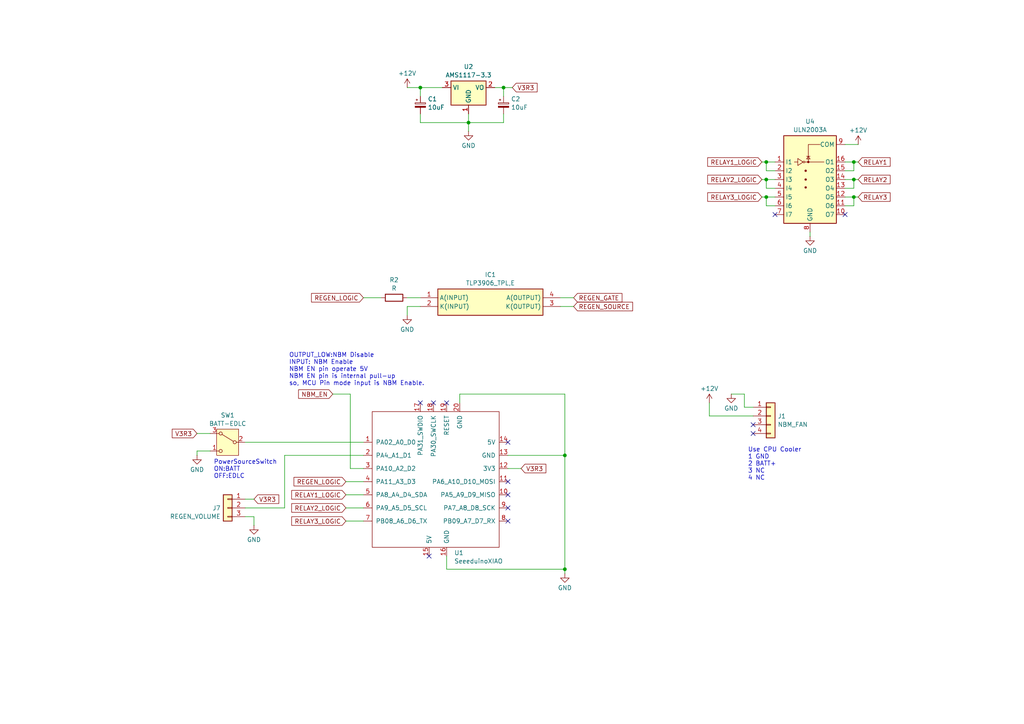
<source format=kicad_sch>
(kicad_sch
	(version 20231120)
	(generator "eeschema")
	(generator_version "8.0")
	(uuid "504845e5-a6a3-480a-b108-56f444792592")
	(paper "A4")
	(lib_symbols
		(symbol "Connector_Generic:Conn_01x03"
			(pin_names
				(offset 1.016) hide)
			(exclude_from_sim no)
			(in_bom yes)
			(on_board yes)
			(property "Reference" "J"
				(at 0 5.08 0)
				(effects
					(font
						(size 1.27 1.27)
					)
				)
			)
			(property "Value" "Conn_01x03"
				(at 0 -5.08 0)
				(effects
					(font
						(size 1.27 1.27)
					)
				)
			)
			(property "Footprint" ""
				(at 0 0 0)
				(effects
					(font
						(size 1.27 1.27)
					)
					(hide yes)
				)
			)
			(property "Datasheet" "~"
				(at 0 0 0)
				(effects
					(font
						(size 1.27 1.27)
					)
					(hide yes)
				)
			)
			(property "Description" "Generic connector, single row, 01x03, script generated (kicad-library-utils/schlib/autogen/connector/)"
				(at 0 0 0)
				(effects
					(font
						(size 1.27 1.27)
					)
					(hide yes)
				)
			)
			(property "ki_keywords" "connector"
				(at 0 0 0)
				(effects
					(font
						(size 1.27 1.27)
					)
					(hide yes)
				)
			)
			(property "ki_fp_filters" "Connector*:*_1x??_*"
				(at 0 0 0)
				(effects
					(font
						(size 1.27 1.27)
					)
					(hide yes)
				)
			)
			(symbol "Conn_01x03_1_1"
				(rectangle
					(start -1.27 -2.413)
					(end 0 -2.667)
					(stroke
						(width 0.1524)
						(type default)
					)
					(fill
						(type none)
					)
				)
				(rectangle
					(start -1.27 0.127)
					(end 0 -0.127)
					(stroke
						(width 0.1524)
						(type default)
					)
					(fill
						(type none)
					)
				)
				(rectangle
					(start -1.27 2.667)
					(end 0 2.413)
					(stroke
						(width 0.1524)
						(type default)
					)
					(fill
						(type none)
					)
				)
				(rectangle
					(start -1.27 3.81)
					(end 1.27 -3.81)
					(stroke
						(width 0.254)
						(type default)
					)
					(fill
						(type background)
					)
				)
				(pin passive line
					(at -5.08 2.54 0)
					(length 3.81)
					(name "Pin_1"
						(effects
							(font
								(size 1.27 1.27)
							)
						)
					)
					(number "1"
						(effects
							(font
								(size 1.27 1.27)
							)
						)
					)
				)
				(pin passive line
					(at -5.08 0 0)
					(length 3.81)
					(name "Pin_2"
						(effects
							(font
								(size 1.27 1.27)
							)
						)
					)
					(number "2"
						(effects
							(font
								(size 1.27 1.27)
							)
						)
					)
				)
				(pin passive line
					(at -5.08 -2.54 0)
					(length 3.81)
					(name "Pin_3"
						(effects
							(font
								(size 1.27 1.27)
							)
						)
					)
					(number "3"
						(effects
							(font
								(size 1.27 1.27)
							)
						)
					)
				)
			)
		)
		(symbol "Connector_Generic:Conn_01x04"
			(pin_names
				(offset 1.016) hide)
			(exclude_from_sim no)
			(in_bom yes)
			(on_board yes)
			(property "Reference" "J"
				(at 0 5.08 0)
				(effects
					(font
						(size 1.27 1.27)
					)
				)
			)
			(property "Value" "Conn_01x04"
				(at 0 -7.62 0)
				(effects
					(font
						(size 1.27 1.27)
					)
				)
			)
			(property "Footprint" ""
				(at 0 0 0)
				(effects
					(font
						(size 1.27 1.27)
					)
					(hide yes)
				)
			)
			(property "Datasheet" "~"
				(at 0 0 0)
				(effects
					(font
						(size 1.27 1.27)
					)
					(hide yes)
				)
			)
			(property "Description" "Generic connector, single row, 01x04, script generated (kicad-library-utils/schlib/autogen/connector/)"
				(at 0 0 0)
				(effects
					(font
						(size 1.27 1.27)
					)
					(hide yes)
				)
			)
			(property "ki_keywords" "connector"
				(at 0 0 0)
				(effects
					(font
						(size 1.27 1.27)
					)
					(hide yes)
				)
			)
			(property "ki_fp_filters" "Connector*:*_1x??_*"
				(at 0 0 0)
				(effects
					(font
						(size 1.27 1.27)
					)
					(hide yes)
				)
			)
			(symbol "Conn_01x04_1_1"
				(rectangle
					(start -1.27 -4.953)
					(end 0 -5.207)
					(stroke
						(width 0.1524)
						(type default)
					)
					(fill
						(type none)
					)
				)
				(rectangle
					(start -1.27 -2.413)
					(end 0 -2.667)
					(stroke
						(width 0.1524)
						(type default)
					)
					(fill
						(type none)
					)
				)
				(rectangle
					(start -1.27 0.127)
					(end 0 -0.127)
					(stroke
						(width 0.1524)
						(type default)
					)
					(fill
						(type none)
					)
				)
				(rectangle
					(start -1.27 2.667)
					(end 0 2.413)
					(stroke
						(width 0.1524)
						(type default)
					)
					(fill
						(type none)
					)
				)
				(rectangle
					(start -1.27 3.81)
					(end 1.27 -6.35)
					(stroke
						(width 0.254)
						(type default)
					)
					(fill
						(type background)
					)
				)
				(pin passive line
					(at -5.08 2.54 0)
					(length 3.81)
					(name "Pin_1"
						(effects
							(font
								(size 1.27 1.27)
							)
						)
					)
					(number "1"
						(effects
							(font
								(size 1.27 1.27)
							)
						)
					)
				)
				(pin passive line
					(at -5.08 0 0)
					(length 3.81)
					(name "Pin_2"
						(effects
							(font
								(size 1.27 1.27)
							)
						)
					)
					(number "2"
						(effects
							(font
								(size 1.27 1.27)
							)
						)
					)
				)
				(pin passive line
					(at -5.08 -2.54 0)
					(length 3.81)
					(name "Pin_3"
						(effects
							(font
								(size 1.27 1.27)
							)
						)
					)
					(number "3"
						(effects
							(font
								(size 1.27 1.27)
							)
						)
					)
				)
				(pin passive line
					(at -5.08 -5.08 0)
					(length 3.81)
					(name "Pin_4"
						(effects
							(font
								(size 1.27 1.27)
							)
						)
					)
					(number "4"
						(effects
							(font
								(size 1.27 1.27)
							)
						)
					)
				)
			)
		)
		(symbol "Device:C_Polarized_Small"
			(pin_numbers hide)
			(pin_names
				(offset 0.254) hide)
			(exclude_from_sim no)
			(in_bom yes)
			(on_board yes)
			(property "Reference" "C"
				(at 0.254 1.778 0)
				(effects
					(font
						(size 1.27 1.27)
					)
					(justify left)
				)
			)
			(property "Value" "C_Polarized_Small"
				(at 0.254 -2.032 0)
				(effects
					(font
						(size 1.27 1.27)
					)
					(justify left)
				)
			)
			(property "Footprint" ""
				(at 0 0 0)
				(effects
					(font
						(size 1.27 1.27)
					)
					(hide yes)
				)
			)
			(property "Datasheet" "~"
				(at 0 0 0)
				(effects
					(font
						(size 1.27 1.27)
					)
					(hide yes)
				)
			)
			(property "Description" "Polarized capacitor, small symbol"
				(at 0 0 0)
				(effects
					(font
						(size 1.27 1.27)
					)
					(hide yes)
				)
			)
			(property "ki_keywords" "cap capacitor"
				(at 0 0 0)
				(effects
					(font
						(size 1.27 1.27)
					)
					(hide yes)
				)
			)
			(property "ki_fp_filters" "CP_*"
				(at 0 0 0)
				(effects
					(font
						(size 1.27 1.27)
					)
					(hide yes)
				)
			)
			(symbol "C_Polarized_Small_0_1"
				(rectangle
					(start -1.524 -0.3048)
					(end 1.524 -0.6858)
					(stroke
						(width 0)
						(type default)
					)
					(fill
						(type outline)
					)
				)
				(rectangle
					(start -1.524 0.6858)
					(end 1.524 0.3048)
					(stroke
						(width 0)
						(type default)
					)
					(fill
						(type none)
					)
				)
				(polyline
					(pts
						(xy -1.27 1.524) (xy -0.762 1.524)
					)
					(stroke
						(width 0)
						(type default)
					)
					(fill
						(type none)
					)
				)
				(polyline
					(pts
						(xy -1.016 1.27) (xy -1.016 1.778)
					)
					(stroke
						(width 0)
						(type default)
					)
					(fill
						(type none)
					)
				)
			)
			(symbol "C_Polarized_Small_1_1"
				(pin passive line
					(at 0 2.54 270)
					(length 1.8542)
					(name "~"
						(effects
							(font
								(size 1.27 1.27)
							)
						)
					)
					(number "1"
						(effects
							(font
								(size 1.27 1.27)
							)
						)
					)
				)
				(pin passive line
					(at 0 -2.54 90)
					(length 1.8542)
					(name "~"
						(effects
							(font
								(size 1.27 1.27)
							)
						)
					)
					(number "2"
						(effects
							(font
								(size 1.27 1.27)
							)
						)
					)
				)
			)
		)
		(symbol "Device:R"
			(pin_numbers hide)
			(pin_names
				(offset 0)
			)
			(exclude_from_sim no)
			(in_bom yes)
			(on_board yes)
			(property "Reference" "R"
				(at 2.032 0 90)
				(effects
					(font
						(size 1.27 1.27)
					)
				)
			)
			(property "Value" "R"
				(at 0 0 90)
				(effects
					(font
						(size 1.27 1.27)
					)
				)
			)
			(property "Footprint" ""
				(at -1.778 0 90)
				(effects
					(font
						(size 1.27 1.27)
					)
					(hide yes)
				)
			)
			(property "Datasheet" "~"
				(at 0 0 0)
				(effects
					(font
						(size 1.27 1.27)
					)
					(hide yes)
				)
			)
			(property "Description" "Resistor"
				(at 0 0 0)
				(effects
					(font
						(size 1.27 1.27)
					)
					(hide yes)
				)
			)
			(property "ki_keywords" "R res resistor"
				(at 0 0 0)
				(effects
					(font
						(size 1.27 1.27)
					)
					(hide yes)
				)
			)
			(property "ki_fp_filters" "R_*"
				(at 0 0 0)
				(effects
					(font
						(size 1.27 1.27)
					)
					(hide yes)
				)
			)
			(symbol "R_0_1"
				(rectangle
					(start -1.016 -2.54)
					(end 1.016 2.54)
					(stroke
						(width 0.254)
						(type default)
					)
					(fill
						(type none)
					)
				)
			)
			(symbol "R_1_1"
				(pin passive line
					(at 0 3.81 270)
					(length 1.27)
					(name "~"
						(effects
							(font
								(size 1.27 1.27)
							)
						)
					)
					(number "1"
						(effects
							(font
								(size 1.27 1.27)
							)
						)
					)
				)
				(pin passive line
					(at 0 -3.81 90)
					(length 1.27)
					(name "~"
						(effects
							(font
								(size 1.27 1.27)
							)
						)
					)
					(number "2"
						(effects
							(font
								(size 1.27 1.27)
							)
						)
					)
				)
			)
		)
		(symbol "Regulator_Linear:AMS1117-3.3"
			(exclude_from_sim no)
			(in_bom yes)
			(on_board yes)
			(property "Reference" "U"
				(at -3.81 3.175 0)
				(effects
					(font
						(size 1.27 1.27)
					)
				)
			)
			(property "Value" "AMS1117-3.3"
				(at 0 3.175 0)
				(effects
					(font
						(size 1.27 1.27)
					)
					(justify left)
				)
			)
			(property "Footprint" "Package_TO_SOT_SMD:SOT-223-3_TabPin2"
				(at 0 5.08 0)
				(effects
					(font
						(size 1.27 1.27)
					)
					(hide yes)
				)
			)
			(property "Datasheet" "http://www.advanced-monolithic.com/pdf/ds1117.pdf"
				(at 2.54 -6.35 0)
				(effects
					(font
						(size 1.27 1.27)
					)
					(hide yes)
				)
			)
			(property "Description" "1A Low Dropout regulator, positive, 3.3V fixed output, SOT-223"
				(at 0 0 0)
				(effects
					(font
						(size 1.27 1.27)
					)
					(hide yes)
				)
			)
			(property "ki_keywords" "linear regulator ldo fixed positive"
				(at 0 0 0)
				(effects
					(font
						(size 1.27 1.27)
					)
					(hide yes)
				)
			)
			(property "ki_fp_filters" "SOT?223*TabPin2*"
				(at 0 0 0)
				(effects
					(font
						(size 1.27 1.27)
					)
					(hide yes)
				)
			)
			(symbol "AMS1117-3.3_0_1"
				(rectangle
					(start -5.08 -5.08)
					(end 5.08 1.905)
					(stroke
						(width 0.254)
						(type default)
					)
					(fill
						(type background)
					)
				)
			)
			(symbol "AMS1117-3.3_1_1"
				(pin power_in line
					(at 0 -7.62 90)
					(length 2.54)
					(name "GND"
						(effects
							(font
								(size 1.27 1.27)
							)
						)
					)
					(number "1"
						(effects
							(font
								(size 1.27 1.27)
							)
						)
					)
				)
				(pin power_out line
					(at 7.62 0 180)
					(length 2.54)
					(name "VO"
						(effects
							(font
								(size 1.27 1.27)
							)
						)
					)
					(number "2"
						(effects
							(font
								(size 1.27 1.27)
							)
						)
					)
				)
				(pin power_in line
					(at -7.62 0 0)
					(length 2.54)
					(name "VI"
						(effects
							(font
								(size 1.27 1.27)
							)
						)
					)
					(number "3"
						(effects
							(font
								(size 1.27 1.27)
							)
						)
					)
				)
			)
		)
		(symbol "Seeeduino-XIAO:SeeeduinoXIAO"
			(pin_names
				(offset 1.016)
			)
			(exclude_from_sim no)
			(in_bom yes)
			(on_board yes)
			(property "Reference" "U"
				(at -19.05 22.86 0)
				(effects
					(font
						(size 1.27 1.27)
					)
				)
			)
			(property "Value" "SeeeduinoXIAO"
				(at -12.7 21.59 0)
				(effects
					(font
						(size 1.27 1.27)
					)
				)
			)
			(property "Footprint" ""
				(at -8.89 5.08 0)
				(effects
					(font
						(size 1.27 1.27)
					)
					(hide yes)
				)
			)
			(property "Datasheet" ""
				(at -8.89 5.08 0)
				(effects
					(font
						(size 1.27 1.27)
					)
					(hide yes)
				)
			)
			(property "Description" ""
				(at 0 0 0)
				(effects
					(font
						(size 1.27 1.27)
					)
					(hide yes)
				)
			)
			(symbol "SeeeduinoXIAO_0_1"
				(rectangle
					(start -19.05 20.32)
					(end 17.78 -19.05)
					(stroke
						(width 0)
						(type solid)
					)
					(fill
						(type none)
					)
				)
			)
			(symbol "SeeeduinoXIAO_1_1"
				(pin unspecified line
					(at -21.59 11.43 0)
					(length 2.54)
					(name "PA02_A0_D0"
						(effects
							(font
								(size 1.27 1.27)
							)
						)
					)
					(number "1"
						(effects
							(font
								(size 1.27 1.27)
							)
						)
					)
				)
				(pin unspecified line
					(at 20.32 -3.81 180)
					(length 2.54)
					(name "PA5_A9_D9_MISO"
						(effects
							(font
								(size 1.27 1.27)
							)
						)
					)
					(number "10"
						(effects
							(font
								(size 1.27 1.27)
							)
						)
					)
				)
				(pin unspecified line
					(at 20.32 0 180)
					(length 2.54)
					(name "PA6_A10_D10_MOSI"
						(effects
							(font
								(size 1.27 1.27)
							)
						)
					)
					(number "11"
						(effects
							(font
								(size 1.27 1.27)
							)
						)
					)
				)
				(pin unspecified line
					(at 20.32 3.81 180)
					(length 2.54)
					(name "3V3"
						(effects
							(font
								(size 1.27 1.27)
							)
						)
					)
					(number "12"
						(effects
							(font
								(size 1.27 1.27)
							)
						)
					)
				)
				(pin unspecified line
					(at 20.32 7.62 180)
					(length 2.54)
					(name "GND"
						(effects
							(font
								(size 1.27 1.27)
							)
						)
					)
					(number "13"
						(effects
							(font
								(size 1.27 1.27)
							)
						)
					)
				)
				(pin unspecified line
					(at 20.32 11.43 180)
					(length 2.54)
					(name "5V"
						(effects
							(font
								(size 1.27 1.27)
							)
						)
					)
					(number "14"
						(effects
							(font
								(size 1.27 1.27)
							)
						)
					)
				)
				(pin input line
					(at -2.54 -21.59 90)
					(length 2.54)
					(name "5V"
						(effects
							(font
								(size 1.27 1.27)
							)
						)
					)
					(number "15"
						(effects
							(font
								(size 1.27 1.27)
							)
						)
					)
				)
				(pin input line
					(at 2.54 -21.59 90)
					(length 2.54)
					(name "GND"
						(effects
							(font
								(size 1.27 1.27)
							)
						)
					)
					(number "16"
						(effects
							(font
								(size 1.27 1.27)
							)
						)
					)
				)
				(pin input line
					(at -5.08 22.86 270)
					(length 2.54)
					(name "PA31_SWDIO"
						(effects
							(font
								(size 1.27 1.27)
							)
						)
					)
					(number "17"
						(effects
							(font
								(size 1.27 1.27)
							)
						)
					)
				)
				(pin input line
					(at -1.27 22.86 270)
					(length 2.54)
					(name "PA30_SWCLK"
						(effects
							(font
								(size 1.27 1.27)
							)
						)
					)
					(number "18"
						(effects
							(font
								(size 1.27 1.27)
							)
						)
					)
				)
				(pin input line
					(at 2.54 22.86 270)
					(length 2.54)
					(name "RESET"
						(effects
							(font
								(size 1.27 1.27)
							)
						)
					)
					(number "19"
						(effects
							(font
								(size 1.27 1.27)
							)
						)
					)
				)
				(pin unspecified line
					(at -21.59 7.62 0)
					(length 2.54)
					(name "PA4_A1_D1"
						(effects
							(font
								(size 1.27 1.27)
							)
						)
					)
					(number "2"
						(effects
							(font
								(size 1.27 1.27)
							)
						)
					)
				)
				(pin input line
					(at 6.35 22.86 270)
					(length 2.54)
					(name "GND"
						(effects
							(font
								(size 1.27 1.27)
							)
						)
					)
					(number "20"
						(effects
							(font
								(size 1.27 1.27)
							)
						)
					)
				)
				(pin unspecified line
					(at -21.59 3.81 0)
					(length 2.54)
					(name "PA10_A2_D2"
						(effects
							(font
								(size 1.27 1.27)
							)
						)
					)
					(number "3"
						(effects
							(font
								(size 1.27 1.27)
							)
						)
					)
				)
				(pin unspecified line
					(at -21.59 0 0)
					(length 2.54)
					(name "PA11_A3_D3"
						(effects
							(font
								(size 1.27 1.27)
							)
						)
					)
					(number "4"
						(effects
							(font
								(size 1.27 1.27)
							)
						)
					)
				)
				(pin unspecified line
					(at -21.59 -3.81 0)
					(length 2.54)
					(name "PA8_A4_D4_SDA"
						(effects
							(font
								(size 1.27 1.27)
							)
						)
					)
					(number "5"
						(effects
							(font
								(size 1.27 1.27)
							)
						)
					)
				)
				(pin unspecified line
					(at -21.59 -7.62 0)
					(length 2.54)
					(name "PA9_A5_D5_SCL"
						(effects
							(font
								(size 1.27 1.27)
							)
						)
					)
					(number "6"
						(effects
							(font
								(size 1.27 1.27)
							)
						)
					)
				)
				(pin unspecified line
					(at -21.59 -11.43 0)
					(length 2.54)
					(name "PB08_A6_D6_TX"
						(effects
							(font
								(size 1.27 1.27)
							)
						)
					)
					(number "7"
						(effects
							(font
								(size 1.27 1.27)
							)
						)
					)
				)
				(pin unspecified line
					(at 20.32 -11.43 180)
					(length 2.54)
					(name "PB09_A7_D7_RX"
						(effects
							(font
								(size 1.27 1.27)
							)
						)
					)
					(number "8"
						(effects
							(font
								(size 1.27 1.27)
							)
						)
					)
				)
				(pin unspecified line
					(at 20.32 -7.62 180)
					(length 2.54)
					(name "PA7_A8_D8_SCK"
						(effects
							(font
								(size 1.27 1.27)
							)
						)
					)
					(number "9"
						(effects
							(font
								(size 1.27 1.27)
							)
						)
					)
				)
			)
		)
		(symbol "Switch:SW_Nidec_CAS-120A1"
			(pin_names
				(offset 1) hide)
			(exclude_from_sim no)
			(in_bom yes)
			(on_board yes)
			(property "Reference" "SW"
				(at 0 4.318 0)
				(effects
					(font
						(size 1.27 1.27)
					)
				)
			)
			(property "Value" "SW_Nidec_CAS-120A1"
				(at 0 -5.08 0)
				(effects
					(font
						(size 1.27 1.27)
					)
				)
			)
			(property "Footprint" "Button_Switch_SMD:Nidec_Copal_CAS-120A"
				(at 0 -10.16 0)
				(effects
					(font
						(size 1.27 1.27)
					)
					(hide yes)
				)
			)
			(property "Datasheet" "https://www.nidec-components.com/e/catalog/switch/cas.pdf"
				(at 0 -7.62 0)
				(effects
					(font
						(size 1.27 1.27)
					)
					(hide yes)
				)
			)
			(property "Description" "Switch, single pole double throw"
				(at 0 0 0)
				(effects
					(font
						(size 1.27 1.27)
					)
					(hide yes)
				)
			)
			(property "ki_keywords" "switch single-pole double-throw spdt ON-ON"
				(at 0 0 0)
				(effects
					(font
						(size 1.27 1.27)
					)
					(hide yes)
				)
			)
			(property "ki_fp_filters" "*Nidec?Copal?CAS?120A*"
				(at 0 0 0)
				(effects
					(font
						(size 1.27 1.27)
					)
					(hide yes)
				)
			)
			(symbol "SW_Nidec_CAS-120A1_0_1"
				(circle
					(center -2.032 0)
					(radius 0.4572)
					(stroke
						(width 0)
						(type default)
					)
					(fill
						(type none)
					)
				)
				(polyline
					(pts
						(xy -1.651 0.254) (xy 1.651 2.286)
					)
					(stroke
						(width 0)
						(type default)
					)
					(fill
						(type none)
					)
				)
				(circle
					(center 2.032 -2.54)
					(radius 0.4572)
					(stroke
						(width 0)
						(type default)
					)
					(fill
						(type none)
					)
				)
				(circle
					(center 2.032 2.54)
					(radius 0.4572)
					(stroke
						(width 0)
						(type default)
					)
					(fill
						(type none)
					)
				)
			)
			(symbol "SW_Nidec_CAS-120A1_1_1"
				(rectangle
					(start -3.175 3.81)
					(end 3.175 -3.81)
					(stroke
						(width 0)
						(type default)
					)
					(fill
						(type background)
					)
				)
				(pin passive line
					(at 5.08 -2.54 180)
					(length 2.54)
					(name "C"
						(effects
							(font
								(size 1.27 1.27)
							)
						)
					)
					(number "1"
						(effects
							(font
								(size 1.27 1.27)
							)
						)
					)
				)
				(pin passive line
					(at -5.08 0 0)
					(length 2.54)
					(name "B"
						(effects
							(font
								(size 1.27 1.27)
							)
						)
					)
					(number "2"
						(effects
							(font
								(size 1.27 1.27)
							)
						)
					)
				)
				(pin passive line
					(at 5.08 2.54 180)
					(length 2.54)
					(name "A"
						(effects
							(font
								(size 1.27 1.27)
							)
						)
					)
					(number "3"
						(effects
							(font
								(size 1.27 1.27)
							)
						)
					)
				)
			)
		)
		(symbol "TLP3906:TLP3906_TPL,E"
			(exclude_from_sim no)
			(in_bom yes)
			(on_board yes)
			(property "Reference" "IC"
				(at 36.83 7.62 0)
				(effects
					(font
						(size 1.27 1.27)
					)
					(justify left top)
				)
			)
			(property "Value" "TLP3906_TPL,E"
				(at 36.83 5.08 0)
				(effects
					(font
						(size 1.27 1.27)
					)
					(justify left top)
				)
			)
			(property "Footprint" "SOP254P700X220-4N"
				(at 36.83 -94.92 0)
				(effects
					(font
						(size 1.27 1.27)
					)
					(justify left top)
					(hide yes)
				)
			)
			(property "Datasheet" "https://mouser.componentsearchengine.com/Datasheets/1/TLP3906(TPL,E.pdf"
				(at 36.83 -194.92 0)
				(effects
					(font
						(size 1.27 1.27)
					)
					(justify left top)
					(hide yes)
				)
			)
			(property "Description" "Photodiode Output Optocouplers GaAAs Infrared LED and Photo Diode"
				(at 0 0 0)
				(effects
					(font
						(size 1.27 1.27)
					)
					(hide yes)
				)
			)
			(property "Height" "2.2"
				(at 36.83 -394.92 0)
				(effects
					(font
						(size 1.27 1.27)
					)
					(justify left top)
					(hide yes)
				)
			)
			(property "Manufacturer_Name" "Toshiba"
				(at 36.83 -494.92 0)
				(effects
					(font
						(size 1.27 1.27)
					)
					(justify left top)
					(hide yes)
				)
			)
			(property "Manufacturer_Part_Number" "TLP3906(TPL,E"
				(at 36.83 -594.92 0)
				(effects
					(font
						(size 1.27 1.27)
					)
					(justify left top)
					(hide yes)
				)
			)
			(property "Mouser Part Number" "757-TLP3906TPLE"
				(at 36.83 -694.92 0)
				(effects
					(font
						(size 1.27 1.27)
					)
					(justify left top)
					(hide yes)
				)
			)
			(property "Mouser Price/Stock" "https://www.mouser.co.uk/ProductDetail/Toshiba/TLP3906TPLE?qs=rsevcuukUAxu2A8ErKzvbw%3D%3D"
				(at 36.83 -794.92 0)
				(effects
					(font
						(size 1.27 1.27)
					)
					(justify left top)
					(hide yes)
				)
			)
			(property "Arrow Part Number" "TLP3906(TPL,E"
				(at 36.83 -894.92 0)
				(effects
					(font
						(size 1.27 1.27)
					)
					(justify left top)
					(hide yes)
				)
			)
			(property "Arrow Price/Stock" "https://www.arrow.com/en/products/tlp3906-tple/toshiba?region=nac"
				(at 36.83 -994.92 0)
				(effects
					(font
						(size 1.27 1.27)
					)
					(justify left top)
					(hide yes)
				)
			)
			(symbol "TLP3906_TPL,E_1_1"
				(rectangle
					(start 5.08 2.54)
					(end 35.56 -5.08)
					(stroke
						(width 0.254)
						(type default)
					)
					(fill
						(type background)
					)
				)
				(pin passive line
					(at 0 0 0)
					(length 5.08)
					(name "A(INPUT)"
						(effects
							(font
								(size 1.27 1.27)
							)
						)
					)
					(number "1"
						(effects
							(font
								(size 1.27 1.27)
							)
						)
					)
				)
				(pin passive line
					(at 0 -2.54 0)
					(length 5.08)
					(name "K(INPUT)"
						(effects
							(font
								(size 1.27 1.27)
							)
						)
					)
					(number "2"
						(effects
							(font
								(size 1.27 1.27)
							)
						)
					)
				)
				(pin passive line
					(at 40.64 -2.54 180)
					(length 5.08)
					(name "K(OUTPUT)"
						(effects
							(font
								(size 1.27 1.27)
							)
						)
					)
					(number "3"
						(effects
							(font
								(size 1.27 1.27)
							)
						)
					)
				)
				(pin passive line
					(at 40.64 0 180)
					(length 5.08)
					(name "A(OUTPUT)"
						(effects
							(font
								(size 1.27 1.27)
							)
						)
					)
					(number "4"
						(effects
							(font
								(size 1.27 1.27)
							)
						)
					)
				)
			)
		)
		(symbol "Transistor_Array:ULN2003A"
			(exclude_from_sim no)
			(in_bom yes)
			(on_board yes)
			(property "Reference" "U"
				(at 0 15.875 0)
				(effects
					(font
						(size 1.27 1.27)
					)
				)
			)
			(property "Value" "ULN2003A"
				(at 0 13.97 0)
				(effects
					(font
						(size 1.27 1.27)
					)
				)
			)
			(property "Footprint" ""
				(at 1.27 -13.97 0)
				(effects
					(font
						(size 1.27 1.27)
					)
					(justify left)
					(hide yes)
				)
			)
			(property "Datasheet" "http://www.ti.com/lit/ds/symlink/uln2003a.pdf"
				(at 2.54 -5.08 0)
				(effects
					(font
						(size 1.27 1.27)
					)
					(hide yes)
				)
			)
			(property "Description" "High Voltage, High Current Darlington Transistor Arrays, SOIC16/SOIC16W/DIP16/TSSOP16"
				(at 0 0 0)
				(effects
					(font
						(size 1.27 1.27)
					)
					(hide yes)
				)
			)
			(property "ki_keywords" "darlington transistor array"
				(at 0 0 0)
				(effects
					(font
						(size 1.27 1.27)
					)
					(hide yes)
				)
			)
			(property "ki_fp_filters" "DIP*W7.62mm* SOIC*3.9x9.9mm*P1.27mm* SSOP*4.4x5.2mm*P0.65mm* TSSOP*4.4x5mm*P0.65mm* SOIC*W*5.3x10.2mm*P1.27mm*"
				(at 0 0 0)
				(effects
					(font
						(size 1.27 1.27)
					)
					(hide yes)
				)
			)
			(symbol "ULN2003A_0_1"
				(rectangle
					(start -7.62 -12.7)
					(end 7.62 12.7)
					(stroke
						(width 0.254)
						(type default)
					)
					(fill
						(type background)
					)
				)
				(circle
					(center -1.778 5.08)
					(radius 0.254)
					(stroke
						(width 0)
						(type default)
					)
					(fill
						(type none)
					)
				)
				(circle
					(center -1.27 -2.286)
					(radius 0.254)
					(stroke
						(width 0)
						(type default)
					)
					(fill
						(type outline)
					)
				)
				(circle
					(center -1.27 0)
					(radius 0.254)
					(stroke
						(width 0)
						(type default)
					)
					(fill
						(type outline)
					)
				)
				(circle
					(center -1.27 2.54)
					(radius 0.254)
					(stroke
						(width 0)
						(type default)
					)
					(fill
						(type outline)
					)
				)
				(circle
					(center -0.508 5.08)
					(radius 0.254)
					(stroke
						(width 0)
						(type default)
					)
					(fill
						(type outline)
					)
				)
				(polyline
					(pts
						(xy -4.572 5.08) (xy -3.556 5.08)
					)
					(stroke
						(width 0)
						(type default)
					)
					(fill
						(type none)
					)
				)
				(polyline
					(pts
						(xy -1.524 5.08) (xy 4.064 5.08)
					)
					(stroke
						(width 0)
						(type default)
					)
					(fill
						(type none)
					)
				)
				(polyline
					(pts
						(xy 0 6.731) (xy -1.016 6.731)
					)
					(stroke
						(width 0)
						(type default)
					)
					(fill
						(type none)
					)
				)
				(polyline
					(pts
						(xy -0.508 5.08) (xy -0.508 10.16) (xy 2.921 10.16)
					)
					(stroke
						(width 0)
						(type default)
					)
					(fill
						(type none)
					)
				)
				(polyline
					(pts
						(xy -3.556 6.096) (xy -3.556 4.064) (xy -2.032 5.08) (xy -3.556 6.096)
					)
					(stroke
						(width 0)
						(type default)
					)
					(fill
						(type none)
					)
				)
				(polyline
					(pts
						(xy 0 5.969) (xy -1.016 5.969) (xy -0.508 6.731) (xy 0 5.969)
					)
					(stroke
						(width 0)
						(type default)
					)
					(fill
						(type none)
					)
				)
			)
			(symbol "ULN2003A_1_1"
				(pin input line
					(at -10.16 5.08 0)
					(length 2.54)
					(name "I1"
						(effects
							(font
								(size 1.27 1.27)
							)
						)
					)
					(number "1"
						(effects
							(font
								(size 1.27 1.27)
							)
						)
					)
				)
				(pin open_collector line
					(at 10.16 -10.16 180)
					(length 2.54)
					(name "O7"
						(effects
							(font
								(size 1.27 1.27)
							)
						)
					)
					(number "10"
						(effects
							(font
								(size 1.27 1.27)
							)
						)
					)
				)
				(pin open_collector line
					(at 10.16 -7.62 180)
					(length 2.54)
					(name "O6"
						(effects
							(font
								(size 1.27 1.27)
							)
						)
					)
					(number "11"
						(effects
							(font
								(size 1.27 1.27)
							)
						)
					)
				)
				(pin open_collector line
					(at 10.16 -5.08 180)
					(length 2.54)
					(name "O5"
						(effects
							(font
								(size 1.27 1.27)
							)
						)
					)
					(number "12"
						(effects
							(font
								(size 1.27 1.27)
							)
						)
					)
				)
				(pin open_collector line
					(at 10.16 -2.54 180)
					(length 2.54)
					(name "O4"
						(effects
							(font
								(size 1.27 1.27)
							)
						)
					)
					(number "13"
						(effects
							(font
								(size 1.27 1.27)
							)
						)
					)
				)
				(pin open_collector line
					(at 10.16 0 180)
					(length 2.54)
					(name "O3"
						(effects
							(font
								(size 1.27 1.27)
							)
						)
					)
					(number "14"
						(effects
							(font
								(size 1.27 1.27)
							)
						)
					)
				)
				(pin open_collector line
					(at 10.16 2.54 180)
					(length 2.54)
					(name "O2"
						(effects
							(font
								(size 1.27 1.27)
							)
						)
					)
					(number "15"
						(effects
							(font
								(size 1.27 1.27)
							)
						)
					)
				)
				(pin open_collector line
					(at 10.16 5.08 180)
					(length 2.54)
					(name "O1"
						(effects
							(font
								(size 1.27 1.27)
							)
						)
					)
					(number "16"
						(effects
							(font
								(size 1.27 1.27)
							)
						)
					)
				)
				(pin input line
					(at -10.16 2.54 0)
					(length 2.54)
					(name "I2"
						(effects
							(font
								(size 1.27 1.27)
							)
						)
					)
					(number "2"
						(effects
							(font
								(size 1.27 1.27)
							)
						)
					)
				)
				(pin input line
					(at -10.16 0 0)
					(length 2.54)
					(name "I3"
						(effects
							(font
								(size 1.27 1.27)
							)
						)
					)
					(number "3"
						(effects
							(font
								(size 1.27 1.27)
							)
						)
					)
				)
				(pin input line
					(at -10.16 -2.54 0)
					(length 2.54)
					(name "I4"
						(effects
							(font
								(size 1.27 1.27)
							)
						)
					)
					(number "4"
						(effects
							(font
								(size 1.27 1.27)
							)
						)
					)
				)
				(pin input line
					(at -10.16 -5.08 0)
					(length 2.54)
					(name "I5"
						(effects
							(font
								(size 1.27 1.27)
							)
						)
					)
					(number "5"
						(effects
							(font
								(size 1.27 1.27)
							)
						)
					)
				)
				(pin input line
					(at -10.16 -7.62 0)
					(length 2.54)
					(name "I6"
						(effects
							(font
								(size 1.27 1.27)
							)
						)
					)
					(number "6"
						(effects
							(font
								(size 1.27 1.27)
							)
						)
					)
				)
				(pin input line
					(at -10.16 -10.16 0)
					(length 2.54)
					(name "I7"
						(effects
							(font
								(size 1.27 1.27)
							)
						)
					)
					(number "7"
						(effects
							(font
								(size 1.27 1.27)
							)
						)
					)
				)
				(pin power_in line
					(at 0 -15.24 90)
					(length 2.54)
					(name "GND"
						(effects
							(font
								(size 1.27 1.27)
							)
						)
					)
					(number "8"
						(effects
							(font
								(size 1.27 1.27)
							)
						)
					)
				)
				(pin passive line
					(at 10.16 10.16 180)
					(length 2.54)
					(name "COM"
						(effects
							(font
								(size 1.27 1.27)
							)
						)
					)
					(number "9"
						(effects
							(font
								(size 1.27 1.27)
							)
						)
					)
				)
			)
		)
		(symbol "power:+12V"
			(power)
			(pin_numbers hide)
			(pin_names
				(offset 0) hide)
			(exclude_from_sim no)
			(in_bom yes)
			(on_board yes)
			(property "Reference" "#PWR"
				(at 0 -3.81 0)
				(effects
					(font
						(size 1.27 1.27)
					)
					(hide yes)
				)
			)
			(property "Value" "+12V"
				(at 0 3.556 0)
				(effects
					(font
						(size 1.27 1.27)
					)
				)
			)
			(property "Footprint" ""
				(at 0 0 0)
				(effects
					(font
						(size 1.27 1.27)
					)
					(hide yes)
				)
			)
			(property "Datasheet" ""
				(at 0 0 0)
				(effects
					(font
						(size 1.27 1.27)
					)
					(hide yes)
				)
			)
			(property "Description" "Power symbol creates a global label with name \"+12V\""
				(at 0 0 0)
				(effects
					(font
						(size 1.27 1.27)
					)
					(hide yes)
				)
			)
			(property "ki_keywords" "global power"
				(at 0 0 0)
				(effects
					(font
						(size 1.27 1.27)
					)
					(hide yes)
				)
			)
			(symbol "+12V_0_1"
				(polyline
					(pts
						(xy -0.762 1.27) (xy 0 2.54)
					)
					(stroke
						(width 0)
						(type default)
					)
					(fill
						(type none)
					)
				)
				(polyline
					(pts
						(xy 0 0) (xy 0 2.54)
					)
					(stroke
						(width 0)
						(type default)
					)
					(fill
						(type none)
					)
				)
				(polyline
					(pts
						(xy 0 2.54) (xy 0.762 1.27)
					)
					(stroke
						(width 0)
						(type default)
					)
					(fill
						(type none)
					)
				)
			)
			(symbol "+12V_1_1"
				(pin power_in line
					(at 0 0 90)
					(length 0)
					(name "~"
						(effects
							(font
								(size 1.27 1.27)
							)
						)
					)
					(number "1"
						(effects
							(font
								(size 1.27 1.27)
							)
						)
					)
				)
			)
		)
		(symbol "power:GND"
			(power)
			(pin_numbers hide)
			(pin_names
				(offset 0) hide)
			(exclude_from_sim no)
			(in_bom yes)
			(on_board yes)
			(property "Reference" "#PWR"
				(at 0 -6.35 0)
				(effects
					(font
						(size 1.27 1.27)
					)
					(hide yes)
				)
			)
			(property "Value" "GND"
				(at 0 -3.81 0)
				(effects
					(font
						(size 1.27 1.27)
					)
				)
			)
			(property "Footprint" ""
				(at 0 0 0)
				(effects
					(font
						(size 1.27 1.27)
					)
					(hide yes)
				)
			)
			(property "Datasheet" ""
				(at 0 0 0)
				(effects
					(font
						(size 1.27 1.27)
					)
					(hide yes)
				)
			)
			(property "Description" "Power symbol creates a global label with name \"GND\" , ground"
				(at 0 0 0)
				(effects
					(font
						(size 1.27 1.27)
					)
					(hide yes)
				)
			)
			(property "ki_keywords" "global power"
				(at 0 0 0)
				(effects
					(font
						(size 1.27 1.27)
					)
					(hide yes)
				)
			)
			(symbol "GND_0_1"
				(polyline
					(pts
						(xy 0 0) (xy 0 -1.27) (xy 1.27 -1.27) (xy 0 -2.54) (xy -1.27 -1.27) (xy 0 -1.27)
					)
					(stroke
						(width 0)
						(type default)
					)
					(fill
						(type none)
					)
				)
			)
			(symbol "GND_1_1"
				(pin power_in line
					(at 0 0 270)
					(length 0)
					(name "~"
						(effects
							(font
								(size 1.27 1.27)
							)
						)
					)
					(number "1"
						(effects
							(font
								(size 1.27 1.27)
							)
						)
					)
				)
			)
		)
	)
	(junction
		(at 247.65 52.07)
		(diameter 0)
		(color 0 0 0 0)
		(uuid "21134388-1071-4fdd-a3ec-ee34aff727e2")
	)
	(junction
		(at 146.05 25.4)
		(diameter 0)
		(color 0 0 0 0)
		(uuid "32e84cd7-1e00-41d5-af20-9edaa7d8e671")
	)
	(junction
		(at 163.83 132.08)
		(diameter 0)
		(color 0 0 0 0)
		(uuid "3e2bdf9e-fe74-4478-9137-4ef7a56629b0")
	)
	(junction
		(at 121.92 25.4)
		(diameter 0)
		(color 0 0 0 0)
		(uuid "54dd4c0f-e5e6-412b-a9e1-487b3780cc5b")
	)
	(junction
		(at 222.25 46.99)
		(diameter 0)
		(color 0 0 0 0)
		(uuid "5bc53850-a68e-4395-8ef1-e3d525af4c0f")
	)
	(junction
		(at 222.25 57.15)
		(diameter 0)
		(color 0 0 0 0)
		(uuid "7dc81e77-186b-45b5-9a78-b7ccc834e5e0")
	)
	(junction
		(at 222.25 52.07)
		(diameter 0)
		(color 0 0 0 0)
		(uuid "81b607df-b159-41d8-a2dd-0001860e2d28")
	)
	(junction
		(at 247.65 57.15)
		(diameter 0)
		(color 0 0 0 0)
		(uuid "a036ec76-aaca-4b67-9624-69cdbfd7ab61")
	)
	(junction
		(at 163.83 165.1)
		(diameter 0)
		(color 0 0 0 0)
		(uuid "e6f0590a-aba8-4d5b-843c-9f481bf2bdaf")
	)
	(junction
		(at 247.65 46.99)
		(diameter 0)
		(color 0 0 0 0)
		(uuid "ec1605a8-fcfc-4106-b4d6-1eb1e45d39cb")
	)
	(junction
		(at 135.89 35.56)
		(diameter 0)
		(color 0 0 0 0)
		(uuid "f098d46e-2028-4f72-b922-597a38a1a462")
	)
	(no_connect
		(at 218.44 123.19)
		(uuid "0dd52bb5-f297-4fe2-a963-7b66c8343471")
	)
	(no_connect
		(at 147.32 139.7)
		(uuid "1223827c-ee3b-41f3-92de-dd1e04db444a")
	)
	(no_connect
		(at 224.79 62.23)
		(uuid "13c2a208-5a98-442f-99ef-5fb0220f22d5")
	)
	(no_connect
		(at 121.92 116.84)
		(uuid "3f9d0daa-3c9e-4a2f-aed4-860529a3d2f5")
	)
	(no_connect
		(at 218.44 125.73)
		(uuid "47e5ea14-7a2e-4671-844d-c4e922b5ab50")
	)
	(no_connect
		(at 245.11 62.23)
		(uuid "53faa135-0353-4751-9e2e-354c95c45d18")
	)
	(no_connect
		(at 125.73 116.84)
		(uuid "55a4be0b-cbc8-4f25-bc1e-67e93c54ab5b")
	)
	(no_connect
		(at 147.32 151.13)
		(uuid "71c1d463-9aa9-451a-9696-b0ffbe2540b2")
	)
	(no_connect
		(at 129.54 116.84)
		(uuid "7ffa1f83-a6e5-419a-a787-759e15882956")
	)
	(no_connect
		(at 147.32 128.27)
		(uuid "a2eee559-5d1d-4aad-a61a-69f38b495784")
	)
	(no_connect
		(at 147.32 143.51)
		(uuid "cb003a9c-3747-4732-9958-ee8780e648f0")
	)
	(no_connect
		(at 147.32 147.32)
		(uuid "da7a5222-a143-4149-b60d-e284339950fa")
	)
	(no_connect
		(at 124.46 161.29)
		(uuid "fcebd304-24d0-40f4-a3e5-388bf7dddf96")
	)
	(wire
		(pts
			(xy 222.25 59.69) (xy 222.25 57.15)
		)
		(stroke
			(width 0)
			(type default)
		)
		(uuid "00235fd4-72b4-4c3a-a32d-d1e4cdfea97b")
	)
	(wire
		(pts
			(xy 218.44 118.11) (xy 215.9 118.11)
		)
		(stroke
			(width 0)
			(type default)
		)
		(uuid "01fd164e-3bf5-419e-a366-450bbaaeabf1")
	)
	(wire
		(pts
			(xy 163.83 165.1) (xy 163.83 166.37)
		)
		(stroke
			(width 0)
			(type default)
		)
		(uuid "023f3b30-6c5d-4e8c-aa06-91691248a7a8")
	)
	(wire
		(pts
			(xy 82.55 132.08) (xy 105.41 132.08)
		)
		(stroke
			(width 0)
			(type default)
		)
		(uuid "0241a82a-ecb3-49b4-90ee-c747786f43ca")
	)
	(wire
		(pts
			(xy 224.79 59.69) (xy 222.25 59.69)
		)
		(stroke
			(width 0)
			(type default)
		)
		(uuid "03e5cdf4-008c-47bb-aeb6-3718a67fc705")
	)
	(wire
		(pts
			(xy 118.11 86.36) (xy 121.92 86.36)
		)
		(stroke
			(width 0)
			(type default)
		)
		(uuid "0c934e63-a88c-4d53-b245-2ec570b9abf8")
	)
	(wire
		(pts
			(xy 100.33 143.51) (xy 105.41 143.51)
		)
		(stroke
			(width 0)
			(type default)
		)
		(uuid "10efdb77-13e1-4949-b4ca-c2e655af631e")
	)
	(wire
		(pts
			(xy 163.83 132.08) (xy 163.83 165.1)
		)
		(stroke
			(width 0)
			(type default)
		)
		(uuid "11e8737c-dd5e-4f2d-8ec8-044ac6ee4c33")
	)
	(wire
		(pts
			(xy 105.41 86.36) (xy 110.49 86.36)
		)
		(stroke
			(width 0)
			(type default)
		)
		(uuid "17dc36f2-cb35-4c1d-9127-bf841a115c9a")
	)
	(wire
		(pts
			(xy 163.83 114.3) (xy 163.83 132.08)
		)
		(stroke
			(width 0)
			(type default)
		)
		(uuid "1bdcc15a-a90d-45ee-8282-a91589534a81")
	)
	(wire
		(pts
			(xy 101.6 114.3) (xy 101.6 135.89)
		)
		(stroke
			(width 0)
			(type default)
		)
		(uuid "27fddc3d-f421-4e31-ac49-367b2a3f3833")
	)
	(wire
		(pts
			(xy 129.54 161.29) (xy 129.54 165.1)
		)
		(stroke
			(width 0)
			(type default)
		)
		(uuid "28aaf84a-141d-43a3-b7ba-0d64e9e59d58")
	)
	(wire
		(pts
			(xy 60.96 130.81) (xy 57.15 130.81)
		)
		(stroke
			(width 0)
			(type default)
		)
		(uuid "298c9f0b-fb37-4393-b422-4ac35fea2f88")
	)
	(wire
		(pts
			(xy 162.56 86.36) (xy 166.37 86.36)
		)
		(stroke
			(width 0)
			(type default)
		)
		(uuid "2a3ca951-8fe0-47d5-8aa1-4847af9dce10")
	)
	(wire
		(pts
			(xy 57.15 125.73) (xy 60.96 125.73)
		)
		(stroke
			(width 0)
			(type default)
		)
		(uuid "351b576d-c70d-47fa-a597-b4d7a540dedd")
	)
	(wire
		(pts
			(xy 96.52 114.3) (xy 101.6 114.3)
		)
		(stroke
			(width 0)
			(type default)
		)
		(uuid "3874d1dd-e408-431a-8ed9-c5a8d60b96cb")
	)
	(wire
		(pts
			(xy 220.98 46.99) (xy 222.25 46.99)
		)
		(stroke
			(width 0)
			(type default)
		)
		(uuid "3b746092-03e0-40ef-b484-832ed514aec6")
	)
	(wire
		(pts
			(xy 247.65 52.07) (xy 248.92 52.07)
		)
		(stroke
			(width 0)
			(type default)
		)
		(uuid "540e40dd-08d4-47eb-b54a-dfa15b7553fb")
	)
	(wire
		(pts
			(xy 222.25 46.99) (xy 224.79 46.99)
		)
		(stroke
			(width 0)
			(type default)
		)
		(uuid "5a163963-2de5-4d76-99b2-9e36b940a7f2")
	)
	(wire
		(pts
			(xy 71.12 144.78) (xy 73.66 144.78)
		)
		(stroke
			(width 0)
			(type default)
		)
		(uuid "5dd4229e-60e5-4112-87e5-e3108d377435")
	)
	(wire
		(pts
			(xy 121.92 35.56) (xy 135.89 35.56)
		)
		(stroke
			(width 0)
			(type default)
		)
		(uuid "5e283e74-3263-46b8-8ed9-7771a6a1c4fb")
	)
	(wire
		(pts
			(xy 82.55 147.32) (xy 82.55 132.08)
		)
		(stroke
			(width 0)
			(type default)
		)
		(uuid "64b3fc83-f2e4-4981-9399-fcd450ec59be")
	)
	(wire
		(pts
			(xy 146.05 25.4) (xy 146.05 27.94)
		)
		(stroke
			(width 0)
			(type default)
		)
		(uuid "6691c48f-331b-4a38-954d-7e1bfa46abdb")
	)
	(wire
		(pts
			(xy 121.92 25.4) (xy 128.27 25.4)
		)
		(stroke
			(width 0)
			(type default)
		)
		(uuid "6c947029-990c-4014-8ade-4fa0ca9d3c8d")
	)
	(wire
		(pts
			(xy 222.25 54.61) (xy 222.25 52.07)
		)
		(stroke
			(width 0)
			(type default)
		)
		(uuid "713b8663-f5c0-4c9c-8aaf-b0b4c0ad8b25")
	)
	(wire
		(pts
			(xy 129.54 165.1) (xy 163.83 165.1)
		)
		(stroke
			(width 0)
			(type default)
		)
		(uuid "75962da9-35de-48ed-9d65-9c0dbfed2a88")
	)
	(wire
		(pts
			(xy 135.89 35.56) (xy 135.89 38.1)
		)
		(stroke
			(width 0)
			(type default)
		)
		(uuid "784455a9-1c03-4c72-bc63-a25c1656a6da")
	)
	(wire
		(pts
			(xy 101.6 135.89) (xy 105.41 135.89)
		)
		(stroke
			(width 0)
			(type default)
		)
		(uuid "7d56072f-718b-46d9-a475-818dd23266ae")
	)
	(wire
		(pts
			(xy 133.35 116.84) (xy 133.35 114.3)
		)
		(stroke
			(width 0)
			(type default)
		)
		(uuid "7d6398b3-f6c5-4e0f-be31-d06ee0fd9c45")
	)
	(wire
		(pts
			(xy 245.11 52.07) (xy 247.65 52.07)
		)
		(stroke
			(width 0)
			(type default)
		)
		(uuid "83e2568f-dc5f-4c32-8a53-43c57fabc45a")
	)
	(wire
		(pts
			(xy 121.92 33.02) (xy 121.92 35.56)
		)
		(stroke
			(width 0)
			(type default)
		)
		(uuid "86cdf48a-d347-4f0c-a9c8-4f650dd5bd51")
	)
	(wire
		(pts
			(xy 222.25 49.53) (xy 222.25 46.99)
		)
		(stroke
			(width 0)
			(type default)
		)
		(uuid "892e0621-77de-4ae8-92e2-8758ff1d2fa2")
	)
	(wire
		(pts
			(xy 121.92 88.9) (xy 118.11 88.9)
		)
		(stroke
			(width 0)
			(type default)
		)
		(uuid "899fcc2f-e838-40c5-b571-b7ad9b8b6a9c")
	)
	(wire
		(pts
			(xy 147.32 132.08) (xy 163.83 132.08)
		)
		(stroke
			(width 0)
			(type default)
		)
		(uuid "92eba870-9535-4ac4-b56c-1b90209c0ae6")
	)
	(wire
		(pts
			(xy 73.66 149.86) (xy 73.66 152.4)
		)
		(stroke
			(width 0)
			(type default)
		)
		(uuid "9fa14ed0-27c1-4f2e-bb1c-e25c2dc6b61e")
	)
	(wire
		(pts
			(xy 224.79 49.53) (xy 222.25 49.53)
		)
		(stroke
			(width 0)
			(type default)
		)
		(uuid "a3930061-87cd-4260-9b73-d5e61d95b7ee")
	)
	(wire
		(pts
			(xy 222.25 52.07) (xy 224.79 52.07)
		)
		(stroke
			(width 0)
			(type default)
		)
		(uuid "a57765fe-659f-47d8-ae6e-e421aeb0fc5b")
	)
	(wire
		(pts
			(xy 247.65 59.69) (xy 247.65 57.15)
		)
		(stroke
			(width 0)
			(type default)
		)
		(uuid "a7e46ec5-e438-4afa-ab8a-cdb96ce4e73e")
	)
	(wire
		(pts
			(xy 247.65 57.15) (xy 248.92 57.15)
		)
		(stroke
			(width 0)
			(type default)
		)
		(uuid "aa3bdcd9-89fa-44df-a453-b2c4ac4f600c")
	)
	(wire
		(pts
			(xy 224.79 54.61) (xy 222.25 54.61)
		)
		(stroke
			(width 0)
			(type default)
		)
		(uuid "ad0333e5-45d1-4147-9a68-17325b77d0e9")
	)
	(wire
		(pts
			(xy 71.12 149.86) (xy 73.66 149.86)
		)
		(stroke
			(width 0)
			(type default)
		)
		(uuid "aefa6675-333d-470f-9fe9-2e6c42dafe20")
	)
	(wire
		(pts
			(xy 135.89 33.02) (xy 135.89 35.56)
		)
		(stroke
			(width 0)
			(type default)
		)
		(uuid "af595e3a-3453-449e-8a63-c4d90bc04465")
	)
	(wire
		(pts
			(xy 220.98 57.15) (xy 222.25 57.15)
		)
		(stroke
			(width 0)
			(type default)
		)
		(uuid "b02ccfbb-7807-4046-b68d-3b7d5384962f")
	)
	(wire
		(pts
			(xy 71.12 128.27) (xy 105.41 128.27)
		)
		(stroke
			(width 0)
			(type default)
		)
		(uuid "b08c8e25-74f6-46e3-b7f5-2d95d8b54415")
	)
	(wire
		(pts
			(xy 215.9 118.11) (xy 215.9 114.3)
		)
		(stroke
			(width 0)
			(type default)
		)
		(uuid "bac9db28-39e3-461d-be10-3fa9865ffb34")
	)
	(wire
		(pts
			(xy 247.65 49.53) (xy 247.65 46.99)
		)
		(stroke
			(width 0)
			(type default)
		)
		(uuid "bacf7454-5051-414a-942d-090f0b6ed1fe")
	)
	(wire
		(pts
			(xy 205.74 120.65) (xy 218.44 120.65)
		)
		(stroke
			(width 0)
			(type default)
		)
		(uuid "bb434062-20b2-4730-a7a5-ccd74dcdfd66")
	)
	(wire
		(pts
			(xy 247.65 46.99) (xy 248.92 46.99)
		)
		(stroke
			(width 0)
			(type default)
		)
		(uuid "bd46d428-d9ba-4de4-b3b4-fb5ee42ca750")
	)
	(wire
		(pts
			(xy 245.11 41.91) (xy 248.92 41.91)
		)
		(stroke
			(width 0)
			(type default)
		)
		(uuid "bd55fa4d-76d6-4204-a12d-60fc6ff30831")
	)
	(wire
		(pts
			(xy 162.56 88.9) (xy 166.37 88.9)
		)
		(stroke
			(width 0)
			(type default)
		)
		(uuid "bd56c7c2-b1f9-46e6-a7d3-979444830377")
	)
	(wire
		(pts
			(xy 215.9 114.3) (xy 212.09 114.3)
		)
		(stroke
			(width 0)
			(type default)
		)
		(uuid "c19e4b7e-ee1d-4cf3-ae33-0172d4e9630a")
	)
	(wire
		(pts
			(xy 245.11 59.69) (xy 247.65 59.69)
		)
		(stroke
			(width 0)
			(type default)
		)
		(uuid "c3472c87-eb0d-47ca-ab00-3a8735bdfe72")
	)
	(wire
		(pts
			(xy 220.98 52.07) (xy 222.25 52.07)
		)
		(stroke
			(width 0)
			(type default)
		)
		(uuid "c5f7bab2-b923-4100-856c-5b8028cbc802")
	)
	(wire
		(pts
			(xy 205.74 120.65) (xy 205.74 116.84)
		)
		(stroke
			(width 0)
			(type default)
		)
		(uuid "c645791a-390b-4013-b6d1-22e8443df03c")
	)
	(wire
		(pts
			(xy 234.95 67.31) (xy 234.95 68.58)
		)
		(stroke
			(width 0)
			(type default)
		)
		(uuid "c6da2aee-6d81-40c6-989e-c9403926d31b")
	)
	(wire
		(pts
			(xy 146.05 25.4) (xy 148.59 25.4)
		)
		(stroke
			(width 0)
			(type default)
		)
		(uuid "c9ea4145-9074-45e5-993a-ae00b5fc40c9")
	)
	(wire
		(pts
			(xy 100.33 151.13) (xy 105.41 151.13)
		)
		(stroke
			(width 0)
			(type default)
		)
		(uuid "cca807b6-c38f-420f-bf84-627b3ae797ad")
	)
	(wire
		(pts
			(xy 147.32 135.89) (xy 151.13 135.89)
		)
		(stroke
			(width 0)
			(type default)
		)
		(uuid "cda391ff-6224-4918-b989-a5ec2de8a8ab")
	)
	(wire
		(pts
			(xy 247.65 54.61) (xy 247.65 52.07)
		)
		(stroke
			(width 0)
			(type default)
		)
		(uuid "cdca11de-35b8-4003-84d1-3550fd0b0aba")
	)
	(wire
		(pts
			(xy 100.33 139.7) (xy 105.41 139.7)
		)
		(stroke
			(width 0)
			(type default)
		)
		(uuid "d0a04973-0f14-4522-bf58-303d0ee30b3a")
	)
	(wire
		(pts
			(xy 118.11 25.4) (xy 121.92 25.4)
		)
		(stroke
			(width 0)
			(type default)
		)
		(uuid "d151d6c3-6847-4476-b4c5-a5f2644a0532")
	)
	(wire
		(pts
			(xy 143.51 25.4) (xy 146.05 25.4)
		)
		(stroke
			(width 0)
			(type default)
		)
		(uuid "d5a62c51-b8d8-4d6f-aa18-b07083c50bf4")
	)
	(wire
		(pts
			(xy 146.05 33.02) (xy 146.05 35.56)
		)
		(stroke
			(width 0)
			(type default)
		)
		(uuid "d6ae25f4-5070-4e9b-a0f4-83fcedaf91c3")
	)
	(wire
		(pts
			(xy 222.25 57.15) (xy 224.79 57.15)
		)
		(stroke
			(width 0)
			(type default)
		)
		(uuid "d7496853-debb-465b-bd40-3eae441a0a1b")
	)
	(wire
		(pts
			(xy 100.33 147.32) (xy 105.41 147.32)
		)
		(stroke
			(width 0)
			(type default)
		)
		(uuid "def20fa3-f0b3-41c8-a72b-022ddc7fdc70")
	)
	(wire
		(pts
			(xy 71.12 147.32) (xy 82.55 147.32)
		)
		(stroke
			(width 0)
			(type default)
		)
		(uuid "dfb4be91-b914-414d-bdf2-65ab1bd95cbb")
	)
	(wire
		(pts
			(xy 245.11 46.99) (xy 247.65 46.99)
		)
		(stroke
			(width 0)
			(type default)
		)
		(uuid "e3adb962-d79d-4966-8701-5427e55ff4eb")
	)
	(wire
		(pts
			(xy 245.11 54.61) (xy 247.65 54.61)
		)
		(stroke
			(width 0)
			(type default)
		)
		(uuid "e5605045-6ca9-4882-bb0b-66dc80d06ba9")
	)
	(wire
		(pts
			(xy 245.11 49.53) (xy 247.65 49.53)
		)
		(stroke
			(width 0)
			(type default)
		)
		(uuid "e62864cf-2d82-4eb0-92d6-cd16465ee189")
	)
	(wire
		(pts
			(xy 57.15 130.81) (xy 57.15 132.08)
		)
		(stroke
			(width 0)
			(type default)
		)
		(uuid "e8ec3481-85d1-41e2-9afc-717a8c940eed")
	)
	(wire
		(pts
			(xy 133.35 114.3) (xy 163.83 114.3)
		)
		(stroke
			(width 0)
			(type default)
		)
		(uuid "e9436277-b2ff-4a08-b424-65b32a355cf4")
	)
	(wire
		(pts
			(xy 121.92 25.4) (xy 121.92 27.94)
		)
		(stroke
			(width 0)
			(type default)
		)
		(uuid "e975b7db-ef92-40e1-a64c-b43d83b9f61f")
	)
	(wire
		(pts
			(xy 245.11 57.15) (xy 247.65 57.15)
		)
		(stroke
			(width 0)
			(type default)
		)
		(uuid "ea458967-3b9c-4d4f-a0d3-4ce20ed04ea4")
	)
	(wire
		(pts
			(xy 146.05 35.56) (xy 135.89 35.56)
		)
		(stroke
			(width 0)
			(type default)
		)
		(uuid "f22ef386-d617-4eca-83ef-ebcb8d49ada6")
	)
	(wire
		(pts
			(xy 118.11 88.9) (xy 118.11 91.44)
		)
		(stroke
			(width 0)
			(type default)
		)
		(uuid "f241b8ad-99b4-46a5-a036-74bcb8f13b36")
	)
	(text "Use CPU Cooler\n1 GND\n2 BATT+\n3 NC\n4 NC"
		(exclude_from_sim no)
		(at 216.916 134.62 0)
		(effects
			(font
				(size 1.27 1.27)
			)
			(justify left)
		)
		(uuid "39448121-8407-440f-a9c1-2e2bb062f718")
	)
	(text "PowerSourceSwitch\nON:BATT\nOFF:EDLC"
		(exclude_from_sim no)
		(at 61.976 136.144 0)
		(effects
			(font
				(size 1.27 1.27)
			)
			(justify left)
		)
		(uuid "3c71c0ad-54af-4f5b-b4b0-8ef95c7898cd")
	)
	(text "OUTPUT_LOW:NBM Disable\nINPUT: NBM Enable \nNBM EN pin operate 5V\nNBM EN pin is internal pull-up\nso, MCU Pin mode input is NBM Enable."
		(exclude_from_sim no)
		(at 83.82 107.188 0)
		(effects
			(font
				(size 1.27 1.27)
			)
			(justify left)
		)
		(uuid "d820209c-c243-4b87-96dc-b8d69bc2177a")
	)
	(global_label "V3R3"
		(shape input)
		(at 57.15 125.73 180)
		(fields_autoplaced yes)
		(effects
			(font
				(size 1.27 1.27)
			)
			(justify right)
		)
		(uuid "17bbcfe7-c8ba-4903-b5be-065ff67ce371")
		(property "Intersheetrefs" "${INTERSHEET_REFS}"
			(at 49.3872 125.73 0)
			(effects
				(font
					(size 1.27 1.27)
				)
				(justify right)
				(hide yes)
			)
		)
	)
	(global_label "RELAY3_LOGIC"
		(shape input)
		(at 220.98 57.15 180)
		(fields_autoplaced yes)
		(effects
			(font
				(size 1.27 1.27)
			)
			(justify right)
		)
		(uuid "1cf04287-64dd-47fb-80ce-6b27efeffebd")
		(property "Intersheetrefs" "${INTERSHEET_REFS}"
			(at 204.69 57.15 0)
			(effects
				(font
					(size 1.27 1.27)
				)
				(justify right)
				(hide yes)
			)
		)
	)
	(global_label "RELAY1_LOGIC"
		(shape input)
		(at 220.98 46.99 180)
		(fields_autoplaced yes)
		(effects
			(font
				(size 1.27 1.27)
			)
			(justify right)
		)
		(uuid "1fed5bfb-99d8-47a4-8930-74f222be79bf")
		(property "Intersheetrefs" "${INTERSHEET_REFS}"
			(at 204.69 46.99 0)
			(effects
				(font
					(size 1.27 1.27)
				)
				(justify right)
				(hide yes)
			)
		)
	)
	(global_label "V3R3"
		(shape input)
		(at 73.66 144.78 0)
		(fields_autoplaced yes)
		(effects
			(font
				(size 1.27 1.27)
			)
			(justify left)
		)
		(uuid "2cf943d4-f813-45d0-80a5-f5af18e4207b")
		(property "Intersheetrefs" "${INTERSHEET_REFS}"
			(at 81.4228 144.78 0)
			(effects
				(font
					(size 1.27 1.27)
				)
				(justify left)
				(hide yes)
			)
		)
	)
	(global_label "V3R3"
		(shape input)
		(at 151.13 135.89 0)
		(fields_autoplaced yes)
		(effects
			(font
				(size 1.27 1.27)
			)
			(justify left)
		)
		(uuid "3c1fc17e-4017-4862-9fcc-f623ec37a0e6")
		(property "Intersheetrefs" "${INTERSHEET_REFS}"
			(at 158.8928 135.89 0)
			(effects
				(font
					(size 1.27 1.27)
				)
				(justify left)
				(hide yes)
			)
		)
	)
	(global_label "REGEN_LOGIC"
		(shape input)
		(at 105.41 86.36 180)
		(fields_autoplaced yes)
		(effects
			(font
				(size 1.27 1.27)
			)
			(justify right)
		)
		(uuid "477bb635-daa0-4f58-97e2-e905dfdf18ce")
		(property "Intersheetrefs" "${INTERSHEET_REFS}"
			(at 89.7853 86.36 0)
			(effects
				(font
					(size 1.27 1.27)
				)
				(justify right)
				(hide yes)
			)
		)
	)
	(global_label "REGEN_GATE"
		(shape input)
		(at 166.37 86.36 0)
		(fields_autoplaced yes)
		(effects
			(font
				(size 1.27 1.27)
			)
			(justify left)
		)
		(uuid "477bd588-b549-46d6-9c88-72dfffa3c3dc")
		(property "Intersheetrefs" "${INTERSHEET_REFS}"
			(at 180.9665 86.36 0)
			(effects
				(font
					(size 1.27 1.27)
				)
				(justify left)
				(hide yes)
			)
		)
	)
	(global_label "V3R3"
		(shape input)
		(at 148.59 25.4 0)
		(fields_autoplaced yes)
		(effects
			(font
				(size 1.27 1.27)
			)
			(justify left)
		)
		(uuid "50c3f04a-89f6-4aff-ab94-2c70bca082f5")
		(property "Intersheetrefs" "${INTERSHEET_REFS}"
			(at 156.3528 25.4 0)
			(effects
				(font
					(size 1.27 1.27)
				)
				(justify left)
				(hide yes)
			)
		)
	)
	(global_label "RELAY2_LOGIC"
		(shape input)
		(at 220.98 52.07 180)
		(fields_autoplaced yes)
		(effects
			(font
				(size 1.27 1.27)
			)
			(justify right)
		)
		(uuid "510bc288-9519-4628-ac62-5d9e6b8986ca")
		(property "Intersheetrefs" "${INTERSHEET_REFS}"
			(at 204.69 52.07 0)
			(effects
				(font
					(size 1.27 1.27)
				)
				(justify right)
				(hide yes)
			)
		)
	)
	(global_label "REGEN_LOGIC"
		(shape input)
		(at 100.33 139.7 180)
		(fields_autoplaced yes)
		(effects
			(font
				(size 1.27 1.27)
			)
			(justify right)
		)
		(uuid "63b6c819-3903-4c18-98c7-a38562382a23")
		(property "Intersheetrefs" "${INTERSHEET_REFS}"
			(at 84.7053 139.7 0)
			(effects
				(font
					(size 1.27 1.27)
				)
				(justify right)
				(hide yes)
			)
		)
	)
	(global_label "RELAY2_LOGIC"
		(shape input)
		(at 100.33 147.32 180)
		(fields_autoplaced yes)
		(effects
			(font
				(size 1.27 1.27)
			)
			(justify right)
		)
		(uuid "7e8da4fe-ec5e-4098-a4bf-5bb607cfb736")
		(property "Intersheetrefs" "${INTERSHEET_REFS}"
			(at 84.04 147.32 0)
			(effects
				(font
					(size 1.27 1.27)
				)
				(justify right)
				(hide yes)
			)
		)
	)
	(global_label "RELAY2"
		(shape input)
		(at 248.92 52.07 0)
		(fields_autoplaced yes)
		(effects
			(font
				(size 1.27 1.27)
			)
			(justify left)
		)
		(uuid "9f6083ce-4ca5-4149-b6ba-e955c0e2b22b")
		(property "Intersheetrefs" "${INTERSHEET_REFS}"
			(at 258.739 52.07 0)
			(effects
				(font
					(size 1.27 1.27)
				)
				(justify left)
				(hide yes)
			)
		)
	)
	(global_label "RELAY1_LOGIC"
		(shape input)
		(at 100.33 143.51 180)
		(fields_autoplaced yes)
		(effects
			(font
				(size 1.27 1.27)
			)
			(justify right)
		)
		(uuid "b0db3b9f-81d6-49a4-81df-3cb1db9d2cba")
		(property "Intersheetrefs" "${INTERSHEET_REFS}"
			(at 84.04 143.51 0)
			(effects
				(font
					(size 1.27 1.27)
				)
				(justify right)
				(hide yes)
			)
		)
	)
	(global_label "RELAY3"
		(shape input)
		(at 248.92 57.15 0)
		(fields_autoplaced yes)
		(effects
			(font
				(size 1.27 1.27)
			)
			(justify left)
		)
		(uuid "c254c9fc-9a73-4c42-a504-1cf2486a1500")
		(property "Intersheetrefs" "${INTERSHEET_REFS}"
			(at 258.739 57.15 0)
			(effects
				(font
					(size 1.27 1.27)
				)
				(justify left)
				(hide yes)
			)
		)
	)
	(global_label "REGEN_SOURCE"
		(shape input)
		(at 166.37 88.9 0)
		(fields_autoplaced yes)
		(effects
			(font
				(size 1.27 1.27)
			)
			(justify left)
		)
		(uuid "d2c00b96-ad30-4081-a91c-e509890a4c7b")
		(property "Intersheetrefs" "${INTERSHEET_REFS}"
			(at 184.0508 88.9 0)
			(effects
				(font
					(size 1.27 1.27)
				)
				(justify left)
				(hide yes)
			)
		)
	)
	(global_label "RELAY1"
		(shape input)
		(at 248.92 46.99 0)
		(fields_autoplaced yes)
		(effects
			(font
				(size 1.27 1.27)
			)
			(justify left)
		)
		(uuid "d717ecf2-2921-43d3-b205-f0c9c8d33526")
		(property "Intersheetrefs" "${INTERSHEET_REFS}"
			(at 258.739 46.99 0)
			(effects
				(font
					(size 1.27 1.27)
				)
				(justify left)
				(hide yes)
			)
		)
	)
	(global_label "RELAY3_LOGIC"
		(shape input)
		(at 100.33 151.13 180)
		(fields_autoplaced yes)
		(effects
			(font
				(size 1.27 1.27)
			)
			(justify right)
		)
		(uuid "db103db7-c6a8-4cc1-b172-7ee36338e8e9")
		(property "Intersheetrefs" "${INTERSHEET_REFS}"
			(at 84.04 151.13 0)
			(effects
				(font
					(size 1.27 1.27)
				)
				(justify right)
				(hide yes)
			)
		)
	)
	(global_label "NBM_EN"
		(shape input)
		(at 96.52 114.3 180)
		(fields_autoplaced yes)
		(effects
			(font
				(size 1.27 1.27)
			)
			(justify right)
		)
		(uuid "e93075f0-a655-4350-bd3d-f7bae673e085")
		(property "Intersheetrefs" "${INTERSHEET_REFS}"
			(at 86.0358 114.3 0)
			(effects
				(font
					(size 1.27 1.27)
				)
				(justify right)
				(hide yes)
			)
		)
	)
	(symbol
		(lib_id "Transistor_Array:ULN2003A")
		(at 234.95 52.07 0)
		(unit 1)
		(exclude_from_sim no)
		(in_bom yes)
		(on_board yes)
		(dnp no)
		(fields_autoplaced yes)
		(uuid "04f850cd-2a60-4546-b92b-c5b043184533")
		(property "Reference" "U4"
			(at 234.95 35.2255 0)
			(effects
				(font
					(size 1.27 1.27)
				)
			)
		)
		(property "Value" "ULN2003A"
			(at 234.95 37.6498 0)
			(effects
				(font
					(size 1.27 1.27)
				)
			)
		)
		(property "Footprint" "Package_SO:SOIC-16_3.9x9.9mm_P1.27mm"
			(at 236.22 66.04 0)
			(effects
				(font
					(size 1.27 1.27)
				)
				(justify left)
				(hide yes)
			)
		)
		(property "Datasheet" "http://www.ti.com/lit/ds/symlink/uln2003a.pdf"
			(at 237.49 57.15 0)
			(effects
				(font
					(size 1.27 1.27)
				)
				(hide yes)
			)
		)
		(property "Description" "High Voltage, High Current Darlington Transistor Arrays, SOIC16/SOIC16W/DIP16/TSSOP16"
			(at 234.95 52.07 0)
			(effects
				(font
					(size 1.27 1.27)
				)
				(hide yes)
			)
		)
		(pin "11"
			(uuid "35d967b5-b331-41a1-94db-42fa9eb13bf7")
		)
		(pin "3"
			(uuid "92594dab-cafa-4054-b611-9173f5d72871")
		)
		(pin "14"
			(uuid "fd782ed2-edd4-4414-8427-0b8ac57c13d5")
		)
		(pin "4"
			(uuid "4e7f23df-8a5f-4bf9-ac61-4a5ce6404b85")
		)
		(pin "6"
			(uuid "fe25e75a-85e6-4998-b0f4-54da8cf68774")
		)
		(pin "10"
			(uuid "1ebe6b43-7062-4549-9ebd-adb2ba7f16b2")
		)
		(pin "1"
			(uuid "d1fa9629-c4ba-44e2-93fc-56ef370f9f95")
		)
		(pin "8"
			(uuid "4132dfbc-daf9-4b96-ba15-72f772fbb1f7")
		)
		(pin "12"
			(uuid "6ae3d2c5-cccc-459f-bdfd-41bbb3080183")
		)
		(pin "15"
			(uuid "38b1f8d5-40f6-4c62-b941-7f65c40da644")
		)
		(pin "16"
			(uuid "bef6c35e-2ed5-4feb-9b4c-cf946e6a9852")
		)
		(pin "13"
			(uuid "a3a2e00b-7cae-4e4d-8ff6-4d2fd66b597a")
		)
		(pin "2"
			(uuid "59db1098-06ab-4dc8-91a4-d221ebee72e6")
		)
		(pin "5"
			(uuid "fdfb2259-d8f3-4410-9ebe-1e535e6fa981")
		)
		(pin "7"
			(uuid "d32050c0-6c4e-4b32-b6e8-43d42fd763c2")
		)
		(pin "9"
			(uuid "cecc8652-3d9c-454e-8fa6-b17ff4a07efb")
		)
		(instances
			(project "PowerConditioner"
				(path "/c43315c6-ffb1-48c3-9d81-d52b54d5b341/821808f9-1cb3-45fe-8155-63a42878c719"
					(reference "U4")
					(unit 1)
				)
			)
		)
	)
	(symbol
		(lib_id "power:GND")
		(at 234.95 68.58 0)
		(unit 1)
		(exclude_from_sim no)
		(in_bom yes)
		(on_board yes)
		(dnp no)
		(fields_autoplaced yes)
		(uuid "2b22630d-e95b-4ea5-8440-29ba97c5b44d")
		(property "Reference" "#PWR04"
			(at 234.95 74.93 0)
			(effects
				(font
					(size 1.27 1.27)
				)
				(hide yes)
			)
		)
		(property "Value" "GND"
			(at 234.95 72.7131 0)
			(effects
				(font
					(size 1.27 1.27)
				)
			)
		)
		(property "Footprint" ""
			(at 234.95 68.58 0)
			(effects
				(font
					(size 1.27 1.27)
				)
				(hide yes)
			)
		)
		(property "Datasheet" ""
			(at 234.95 68.58 0)
			(effects
				(font
					(size 1.27 1.27)
				)
				(hide yes)
			)
		)
		(property "Description" "Power symbol creates a global label with name \"GND\" , ground"
			(at 234.95 68.58 0)
			(effects
				(font
					(size 1.27 1.27)
				)
				(hide yes)
			)
		)
		(pin "1"
			(uuid "f1431242-8164-43df-99ef-dbc51a71cad8")
		)
		(instances
			(project "PowerConditioner"
				(path "/c43315c6-ffb1-48c3-9d81-d52b54d5b341/821808f9-1cb3-45fe-8155-63a42878c719"
					(reference "#PWR04")
					(unit 1)
				)
			)
		)
	)
	(symbol
		(lib_id "Device:C_Polarized_Small")
		(at 146.05 30.48 0)
		(unit 1)
		(exclude_from_sim no)
		(in_bom yes)
		(on_board yes)
		(dnp no)
		(fields_autoplaced yes)
		(uuid "2b5be611-3179-44dc-8d29-efd33b6bcc17")
		(property "Reference" "C2"
			(at 148.209 28.7217 0)
			(effects
				(font
					(size 1.27 1.27)
				)
				(justify left)
			)
		)
		(property "Value" "10uF"
			(at 148.209 31.146 0)
			(effects
				(font
					(size 1.27 1.27)
				)
				(justify left)
			)
		)
		(property "Footprint" "Capacitor_THT:CP_Radial_D5.0mm_P2.00mm"
			(at 146.05 30.48 0)
			(effects
				(font
					(size 1.27 1.27)
				)
				(hide yes)
			)
		)
		(property "Datasheet" "~"
			(at 146.05 30.48 0)
			(effects
				(font
					(size 1.27 1.27)
				)
				(hide yes)
			)
		)
		(property "Description" "Polarized capacitor, small symbol"
			(at 146.05 30.48 0)
			(effects
				(font
					(size 1.27 1.27)
				)
				(hide yes)
			)
		)
		(pin "2"
			(uuid "c66d3686-2ca4-41f6-b15f-ffd93fe3c251")
		)
		(pin "1"
			(uuid "8406d601-9c0f-408e-b436-aca84d019e26")
		)
		(instances
			(project "PowerConditioner"
				(path "/c43315c6-ffb1-48c3-9d81-d52b54d5b341/821808f9-1cb3-45fe-8155-63a42878c719"
					(reference "C2")
					(unit 1)
				)
			)
		)
	)
	(symbol
		(lib_id "Connector_Generic:Conn_01x04")
		(at 223.52 120.65 0)
		(unit 1)
		(exclude_from_sim no)
		(in_bom yes)
		(on_board yes)
		(dnp no)
		(fields_autoplaced yes)
		(uuid "389eba15-0a40-4caa-bc6a-8f74606c6c8d")
		(property "Reference" "J1"
			(at 225.552 120.7078 0)
			(effects
				(font
					(size 1.27 1.27)
				)
				(justify left)
			)
		)
		(property "Value" "NBM_FAN"
			(at 225.552 123.1321 0)
			(effects
				(font
					(size 1.27 1.27)
				)
				(justify left)
			)
		)
		(property "Footprint" "Connector_PinHeader_2.54mm:PinHeader_1x04_P2.54mm_Vertical"
			(at 223.52 120.65 0)
			(effects
				(font
					(size 1.27 1.27)
				)
				(hide yes)
			)
		)
		(property "Datasheet" "~"
			(at 223.52 120.65 0)
			(effects
				(font
					(size 1.27 1.27)
				)
				(hide yes)
			)
		)
		(property "Description" "Generic connector, single row, 01x04, script generated (kicad-library-utils/schlib/autogen/connector/)"
			(at 223.52 120.65 0)
			(effects
				(font
					(size 1.27 1.27)
				)
				(hide yes)
			)
		)
		(pin "1"
			(uuid "35f3bef1-5adf-49dc-a55b-469a4da99ce0")
		)
		(pin "2"
			(uuid "d9b05496-04a1-4b12-9e12-2586b1491a6a")
		)
		(pin "3"
			(uuid "bba6bfe6-f385-4815-abf4-786480075365")
		)
		(pin "4"
			(uuid "9c452745-921f-42b8-8129-8474747a6e0e")
		)
		(instances
			(project "PowerConditioner"
				(path "/c43315c6-ffb1-48c3-9d81-d52b54d5b341/821808f9-1cb3-45fe-8155-63a42878c719"
					(reference "J1")
					(unit 1)
				)
			)
		)
	)
	(symbol
		(lib_id "TLP3906:TLP3906_TPL,E")
		(at 121.92 86.36 0)
		(unit 1)
		(exclude_from_sim no)
		(in_bom yes)
		(on_board yes)
		(dnp no)
		(uuid "5c57badb-a66f-4348-b7bb-8423387d6a9d")
		(property "Reference" "IC1"
			(at 142.24 79.6755 0)
			(effects
				(font
					(size 1.27 1.27)
				)
			)
		)
		(property "Value" "TLP3906_TPL,E"
			(at 142.24 82.0998 0)
			(effects
				(font
					(size 1.27 1.27)
				)
			)
		)
		(property "Footprint" "TLP3906:SOP254P700X220-4N"
			(at 158.75 181.28 0)
			(effects
				(font
					(size 1.27 1.27)
				)
				(justify left top)
				(hide yes)
			)
		)
		(property "Datasheet" "https://mouser.componentsearchengine.com/Datasheets/1/TLP3906(TPL,E.pdf"
			(at 158.75 281.28 0)
			(effects
				(font
					(size 1.27 1.27)
				)
				(justify left top)
				(hide yes)
			)
		)
		(property "Description" "Photodiode Output Optocouplers GaAAs Infrared LED and Photo Diode"
			(at 121.92 86.36 0)
			(effects
				(font
					(size 1.27 1.27)
				)
				(hide yes)
			)
		)
		(property "Height" "2.2"
			(at 158.75 481.28 0)
			(effects
				(font
					(size 1.27 1.27)
				)
				(justify left top)
				(hide yes)
			)
		)
		(property "Manufacturer_Name" "Toshiba"
			(at 158.75 581.28 0)
			(effects
				(font
					(size 1.27 1.27)
				)
				(justify left top)
				(hide yes)
			)
		)
		(property "Manufacturer_Part_Number" "TLP3906(TPL,E"
			(at 158.75 681.28 0)
			(effects
				(font
					(size 1.27 1.27)
				)
				(justify left top)
				(hide yes)
			)
		)
		(property "Mouser Part Number" "757-TLP3906TPLE"
			(at 158.75 781.28 0)
			(effects
				(font
					(size 1.27 1.27)
				)
				(justify left top)
				(hide yes)
			)
		)
		(property "Mouser Price/Stock" "https://www.mouser.co.uk/ProductDetail/Toshiba/TLP3906TPLE?qs=rsevcuukUAxu2A8ErKzvbw%3D%3D"
			(at 158.75 881.28 0)
			(effects
				(font
					(size 1.27 1.27)
				)
				(justify left top)
				(hide yes)
			)
		)
		(property "Arrow Part Number" "TLP3906(TPL,E"
			(at 158.75 981.28 0)
			(effects
				(font
					(size 1.27 1.27)
				)
				(justify left top)
				(hide yes)
			)
		)
		(property "Arrow Price/Stock" "https://www.arrow.com/en/products/tlp3906-tple/toshiba?region=nac"
			(at 158.75 1081.28 0)
			(effects
				(font
					(size 1.27 1.27)
				)
				(justify left top)
				(hide yes)
			)
		)
		(pin "4"
			(uuid "e80e438f-dfe9-499c-ae38-85e420fc8213")
		)
		(pin "3"
			(uuid "33a57754-380a-47e2-8d6f-5a1ef4719ebe")
		)
		(pin "1"
			(uuid "e4609a3d-3da0-488c-a242-f5d22c24aa69")
		)
		(pin "2"
			(uuid "dfe2bea7-541f-4ca8-b88d-a9e782770fc3")
		)
		(instances
			(project "PowerConditioner"
				(path "/c43315c6-ffb1-48c3-9d81-d52b54d5b341/821808f9-1cb3-45fe-8155-63a42878c719"
					(reference "IC1")
					(unit 1)
				)
			)
		)
	)
	(symbol
		(lib_id "power:GND")
		(at 118.11 91.44 0)
		(unit 1)
		(exclude_from_sim no)
		(in_bom yes)
		(on_board yes)
		(dnp no)
		(fields_autoplaced yes)
		(uuid "5cc96221-85c2-4023-bd42-d5d446d8176f")
		(property "Reference" "#PWR02"
			(at 118.11 97.79 0)
			(effects
				(font
					(size 1.27 1.27)
				)
				(hide yes)
			)
		)
		(property "Value" "GND"
			(at 118.11 95.5731 0)
			(effects
				(font
					(size 1.27 1.27)
				)
			)
		)
		(property "Footprint" ""
			(at 118.11 91.44 0)
			(effects
				(font
					(size 1.27 1.27)
				)
				(hide yes)
			)
		)
		(property "Datasheet" ""
			(at 118.11 91.44 0)
			(effects
				(font
					(size 1.27 1.27)
				)
				(hide yes)
			)
		)
		(property "Description" "Power symbol creates a global label with name \"GND\" , ground"
			(at 118.11 91.44 0)
			(effects
				(font
					(size 1.27 1.27)
				)
				(hide yes)
			)
		)
		(pin "1"
			(uuid "fa8d63ee-cbf7-4249-b1c0-c021b4ff4898")
		)
		(instances
			(project "PowerConditioner"
				(path "/c43315c6-ffb1-48c3-9d81-d52b54d5b341/821808f9-1cb3-45fe-8155-63a42878c719"
					(reference "#PWR02")
					(unit 1)
				)
			)
		)
	)
	(symbol
		(lib_id "power:GND")
		(at 135.89 38.1 0)
		(unit 1)
		(exclude_from_sim no)
		(in_bom yes)
		(on_board yes)
		(dnp no)
		(fields_autoplaced yes)
		(uuid "633f57ec-3bf3-45f1-8202-676ae416ff31")
		(property "Reference" "#PWR08"
			(at 135.89 44.45 0)
			(effects
				(font
					(size 1.27 1.27)
				)
				(hide yes)
			)
		)
		(property "Value" "GND"
			(at 135.89 42.2331 0)
			(effects
				(font
					(size 1.27 1.27)
				)
			)
		)
		(property "Footprint" ""
			(at 135.89 38.1 0)
			(effects
				(font
					(size 1.27 1.27)
				)
				(hide yes)
			)
		)
		(property "Datasheet" ""
			(at 135.89 38.1 0)
			(effects
				(font
					(size 1.27 1.27)
				)
				(hide yes)
			)
		)
		(property "Description" "Power symbol creates a global label with name \"GND\" , ground"
			(at 135.89 38.1 0)
			(effects
				(font
					(size 1.27 1.27)
				)
				(hide yes)
			)
		)
		(pin "1"
			(uuid "c8ee7650-b9a7-42c3-83f2-1bc8983bedec")
		)
		(instances
			(project "PowerConditioner"
				(path "/c43315c6-ffb1-48c3-9d81-d52b54d5b341/821808f9-1cb3-45fe-8155-63a42878c719"
					(reference "#PWR08")
					(unit 1)
				)
			)
		)
	)
	(symbol
		(lib_id "power:+12V")
		(at 118.11 25.4 0)
		(unit 1)
		(exclude_from_sim no)
		(in_bom yes)
		(on_board yes)
		(dnp no)
		(fields_autoplaced yes)
		(uuid "67b846c9-94ac-4858-8b74-63da435156cf")
		(property "Reference" "#PWR012"
			(at 118.11 29.21 0)
			(effects
				(font
					(size 1.27 1.27)
				)
				(hide yes)
			)
		)
		(property "Value" "+12V"
			(at 118.11 21.2669 0)
			(effects
				(font
					(size 1.27 1.27)
				)
			)
		)
		(property "Footprint" ""
			(at 118.11 25.4 0)
			(effects
				(font
					(size 1.27 1.27)
				)
				(hide yes)
			)
		)
		(property "Datasheet" ""
			(at 118.11 25.4 0)
			(effects
				(font
					(size 1.27 1.27)
				)
				(hide yes)
			)
		)
		(property "Description" "Power symbol creates a global label with name \"+12V\""
			(at 118.11 25.4 0)
			(effects
				(font
					(size 1.27 1.27)
				)
				(hide yes)
			)
		)
		(pin "1"
			(uuid "fa70d7fc-bce7-4193-b601-a52ae6de24d9")
		)
		(instances
			(project "PowerConditioner"
				(path "/c43315c6-ffb1-48c3-9d81-d52b54d5b341/821808f9-1cb3-45fe-8155-63a42878c719"
					(reference "#PWR012")
					(unit 1)
				)
			)
		)
	)
	(symbol
		(lib_id "power:GND")
		(at 57.15 132.08 0)
		(unit 1)
		(exclude_from_sim no)
		(in_bom yes)
		(on_board yes)
		(dnp no)
		(fields_autoplaced yes)
		(uuid "698a0f56-23c6-4402-954a-0875c557e42e")
		(property "Reference" "#PWR07"
			(at 57.15 138.43 0)
			(effects
				(font
					(size 1.27 1.27)
				)
				(hide yes)
			)
		)
		(property "Value" "GND"
			(at 57.15 136.2131 0)
			(effects
				(font
					(size 1.27 1.27)
				)
			)
		)
		(property "Footprint" ""
			(at 57.15 132.08 0)
			(effects
				(font
					(size 1.27 1.27)
				)
				(hide yes)
			)
		)
		(property "Datasheet" ""
			(at 57.15 132.08 0)
			(effects
				(font
					(size 1.27 1.27)
				)
				(hide yes)
			)
		)
		(property "Description" "Power symbol creates a global label with name \"GND\" , ground"
			(at 57.15 132.08 0)
			(effects
				(font
					(size 1.27 1.27)
				)
				(hide yes)
			)
		)
		(pin "1"
			(uuid "521f314b-979c-4448-b6e3-2616042b122b")
		)
		(instances
			(project "PowerConditioner"
				(path "/c43315c6-ffb1-48c3-9d81-d52b54d5b341/821808f9-1cb3-45fe-8155-63a42878c719"
					(reference "#PWR07")
					(unit 1)
				)
			)
		)
	)
	(symbol
		(lib_id "power:+12V")
		(at 248.92 41.91 0)
		(unit 1)
		(exclude_from_sim no)
		(in_bom yes)
		(on_board yes)
		(dnp no)
		(fields_autoplaced yes)
		(uuid "7259edd5-7421-4683-be02-8ea95301e8d0")
		(property "Reference" "#PWR013"
			(at 248.92 45.72 0)
			(effects
				(font
					(size 1.27 1.27)
				)
				(hide yes)
			)
		)
		(property "Value" "+12V"
			(at 248.92 37.7769 0)
			(effects
				(font
					(size 1.27 1.27)
				)
			)
		)
		(property "Footprint" ""
			(at 248.92 41.91 0)
			(effects
				(font
					(size 1.27 1.27)
				)
				(hide yes)
			)
		)
		(property "Datasheet" ""
			(at 248.92 41.91 0)
			(effects
				(font
					(size 1.27 1.27)
				)
				(hide yes)
			)
		)
		(property "Description" "Power symbol creates a global label with name \"+12V\""
			(at 248.92 41.91 0)
			(effects
				(font
					(size 1.27 1.27)
				)
				(hide yes)
			)
		)
		(pin "1"
			(uuid "c3705a7f-0907-4f78-aa99-1cb0527862f1")
		)
		(instances
			(project "PowerConditioner"
				(path "/c43315c6-ffb1-48c3-9d81-d52b54d5b341/821808f9-1cb3-45fe-8155-63a42878c719"
					(reference "#PWR013")
					(unit 1)
				)
			)
		)
	)
	(symbol
		(lib_id "Device:R")
		(at 114.3 86.36 90)
		(unit 1)
		(exclude_from_sim no)
		(in_bom yes)
		(on_board yes)
		(dnp no)
		(uuid "73917683-b252-431f-8995-a907dd88abdf")
		(property "Reference" "R2"
			(at 114.3 81.1995 90)
			(effects
				(font
					(size 1.27 1.27)
				)
			)
		)
		(property "Value" "R"
			(at 114.3 83.6238 90)
			(effects
				(font
					(size 1.27 1.27)
				)
			)
		)
		(property "Footprint" "Resistor_THT:R_Axial_DIN0207_L6.3mm_D2.5mm_P2.54mm_Vertical"
			(at 114.3 88.138 90)
			(effects
				(font
					(size 1.27 1.27)
				)
				(hide yes)
			)
		)
		(property "Datasheet" "~"
			(at 114.3 86.36 0)
			(effects
				(font
					(size 1.27 1.27)
				)
				(hide yes)
			)
		)
		(property "Description" "Resistor"
			(at 114.3 86.36 0)
			(effects
				(font
					(size 1.27 1.27)
				)
				(hide yes)
			)
		)
		(pin "1"
			(uuid "2020d2f2-89c3-4697-9bc8-4a210638a2a9")
		)
		(pin "2"
			(uuid "7b495265-387f-4a36-9915-9ba8a7ccb72c")
		)
		(instances
			(project "PowerConditioner"
				(path "/c43315c6-ffb1-48c3-9d81-d52b54d5b341/821808f9-1cb3-45fe-8155-63a42878c719"
					(reference "R2")
					(unit 1)
				)
			)
		)
	)
	(symbol
		(lib_id "Regulator_Linear:AMS1117-3.3")
		(at 135.89 25.4 0)
		(unit 1)
		(exclude_from_sim no)
		(in_bom yes)
		(on_board yes)
		(dnp no)
		(fields_autoplaced yes)
		(uuid "8f78e0df-b148-41ec-ad03-691093e80c1c")
		(property "Reference" "U2"
			(at 135.89 19.3505 0)
			(effects
				(font
					(size 1.27 1.27)
				)
			)
		)
		(property "Value" "AMS1117-3.3"
			(at 135.89 21.7748 0)
			(effects
				(font
					(size 1.27 1.27)
				)
			)
		)
		(property "Footprint" "Package_TO_SOT_SMD:SOT-223-3_TabPin2"
			(at 135.89 20.32 0)
			(effects
				(font
					(size 1.27 1.27)
				)
				(hide yes)
			)
		)
		(property "Datasheet" "http://www.advanced-monolithic.com/pdf/ds1117.pdf"
			(at 138.43 31.75 0)
			(effects
				(font
					(size 1.27 1.27)
				)
				(hide yes)
			)
		)
		(property "Description" "1A Low Dropout regulator, positive, 3.3V fixed output, SOT-223"
			(at 135.89 25.4 0)
			(effects
				(font
					(size 1.27 1.27)
				)
				(hide yes)
			)
		)
		(pin "1"
			(uuid "c2ac6172-5c0c-4cc2-9fd4-18d9d66671f8")
		)
		(pin "3"
			(uuid "6387ccbe-7807-4363-ba1f-f29bbd8f361e")
		)
		(pin "2"
			(uuid "b3e2e206-cdb6-4068-82c2-fd9e985d1ab6")
		)
		(instances
			(project "PowerConditioner"
				(path "/c43315c6-ffb1-48c3-9d81-d52b54d5b341/821808f9-1cb3-45fe-8155-63a42878c719"
					(reference "U2")
					(unit 1)
				)
			)
		)
	)
	(symbol
		(lib_id "power:+12V")
		(at 205.74 116.84 0)
		(unit 1)
		(exclude_from_sim no)
		(in_bom yes)
		(on_board yes)
		(dnp no)
		(fields_autoplaced yes)
		(uuid "98082a06-f857-43c8-8de0-9809e3baa4bd")
		(property "Reference" "#PWR014"
			(at 205.74 120.65 0)
			(effects
				(font
					(size 1.27 1.27)
				)
				(hide yes)
			)
		)
		(property "Value" "+12V"
			(at 205.74 112.7069 0)
			(effects
				(font
					(size 1.27 1.27)
				)
			)
		)
		(property "Footprint" ""
			(at 205.74 116.84 0)
			(effects
				(font
					(size 1.27 1.27)
				)
				(hide yes)
			)
		)
		(property "Datasheet" ""
			(at 205.74 116.84 0)
			(effects
				(font
					(size 1.27 1.27)
				)
				(hide yes)
			)
		)
		(property "Description" "Power symbol creates a global label with name \"+12V\""
			(at 205.74 116.84 0)
			(effects
				(font
					(size 1.27 1.27)
				)
				(hide yes)
			)
		)
		(pin "1"
			(uuid "868adf60-3564-4b6e-8cf3-79507dab4b89")
		)
		(instances
			(project "PowerConditioner"
				(path "/c43315c6-ffb1-48c3-9d81-d52b54d5b341/821808f9-1cb3-45fe-8155-63a42878c719"
					(reference "#PWR014")
					(unit 1)
				)
			)
		)
	)
	(symbol
		(lib_id "Seeeduino-XIAO:SeeeduinoXIAO")
		(at 127 139.7 0)
		(unit 1)
		(exclude_from_sim no)
		(in_bom yes)
		(on_board yes)
		(dnp no)
		(fields_autoplaced yes)
		(uuid "9b5ac96d-791f-4106-ae1a-0343900642d8")
		(property "Reference" "U1"
			(at 131.7341 160.3431 0)
			(effects
				(font
					(size 1.27 1.27)
				)
				(justify left)
			)
		)
		(property "Value" "SeeeduinoXIAO"
			(at 131.7341 162.7674 0)
			(effects
				(font
					(size 1.27 1.27)
				)
				(justify left)
			)
		)
		(property "Footprint" "SeeduinoXIAO:Seeeduino XIAO-MOUDLE14P-2.54-21X17.8MM"
			(at 118.11 134.62 0)
			(effects
				(font
					(size 1.27 1.27)
				)
				(hide yes)
			)
		)
		(property "Datasheet" ""
			(at 118.11 134.62 0)
			(effects
				(font
					(size 1.27 1.27)
				)
				(hide yes)
			)
		)
		(property "Description" ""
			(at 127 139.7 0)
			(effects
				(font
					(size 1.27 1.27)
				)
				(hide yes)
			)
		)
		(pin "19"
			(uuid "b4dc8ea4-de0e-4c92-a560-b69c6eae12ab")
		)
		(pin "8"
			(uuid "79f279f5-ce36-4320-8374-baa2b2237c81")
		)
		(pin "15"
			(uuid "03a61406-53b1-4ce0-a90d-e98b661ebb27")
		)
		(pin "13"
			(uuid "3972ba96-667a-4388-99e8-e06929e3da68")
		)
		(pin "16"
			(uuid "188edd38-6455-4f61-a3e4-132263478509")
		)
		(pin "6"
			(uuid "5a806c3a-5390-4f95-a087-c1619bc5d47e")
		)
		(pin "20"
			(uuid "25f259fa-f145-4017-abde-d9a27fbf96ab")
		)
		(pin "12"
			(uuid "445b7fa9-0bc3-4c0c-afff-a396ef1ee8db")
		)
		(pin "7"
			(uuid "c58d48e3-2d1a-4c32-8677-d6154e90205c")
		)
		(pin "14"
			(uuid "4169f489-47a0-42d5-82f3-e9e4c2467ab5")
		)
		(pin "18"
			(uuid "42c1f524-b2f0-4ba9-85bb-fbbe988fa90d")
		)
		(pin "9"
			(uuid "6c0ba567-2b75-45b7-b1ea-8aa12dc37884")
		)
		(pin "2"
			(uuid "63975aa8-eb34-426c-8753-dc4acb0967f3")
		)
		(pin "17"
			(uuid "b4ef35bc-e5e4-4996-ace0-303502590685")
		)
		(pin "4"
			(uuid "d11a38ff-7a8d-4d84-bf3f-501da29274d0")
		)
		(pin "5"
			(uuid "80e849ac-c98e-4b18-b986-0faacd40769c")
		)
		(pin "1"
			(uuid "0a6e68ff-032a-4eef-bf75-cbeaddb843cf")
		)
		(pin "11"
			(uuid "2c76df37-e674-42e4-9dcf-89254e1d5ca3")
		)
		(pin "3"
			(uuid "f721665e-363b-493e-85e6-cbf9522b5fbe")
		)
		(pin "10"
			(uuid "69400891-5f49-4e3d-ac87-fa3609d5de3c")
		)
		(instances
			(project "PowerConditioner"
				(path "/c43315c6-ffb1-48c3-9d81-d52b54d5b341/821808f9-1cb3-45fe-8155-63a42878c719"
					(reference "U1")
					(unit 1)
				)
			)
		)
	)
	(symbol
		(lib_id "power:GND")
		(at 163.83 166.37 0)
		(unit 1)
		(exclude_from_sim no)
		(in_bom yes)
		(on_board yes)
		(dnp no)
		(fields_autoplaced yes)
		(uuid "a52ab150-9f29-4c48-9b60-c0154ba490a7")
		(property "Reference" "#PWR010"
			(at 163.83 172.72 0)
			(effects
				(font
					(size 1.27 1.27)
				)
				(hide yes)
			)
		)
		(property "Value" "GND"
			(at 163.83 170.5031 0)
			(effects
				(font
					(size 1.27 1.27)
				)
			)
		)
		(property "Footprint" ""
			(at 163.83 166.37 0)
			(effects
				(font
					(size 1.27 1.27)
				)
				(hide yes)
			)
		)
		(property "Datasheet" ""
			(at 163.83 166.37 0)
			(effects
				(font
					(size 1.27 1.27)
				)
				(hide yes)
			)
		)
		(property "Description" "Power symbol creates a global label with name \"GND\" , ground"
			(at 163.83 166.37 0)
			(effects
				(font
					(size 1.27 1.27)
				)
				(hide yes)
			)
		)
		(pin "1"
			(uuid "b30a5a01-2f8a-4159-9128-f1cdf096070a")
		)
		(instances
			(project "PowerConditioner"
				(path "/c43315c6-ffb1-48c3-9d81-d52b54d5b341/821808f9-1cb3-45fe-8155-63a42878c719"
					(reference "#PWR010")
					(unit 1)
				)
			)
		)
	)
	(symbol
		(lib_id "power:GND")
		(at 73.66 152.4 0)
		(unit 1)
		(exclude_from_sim no)
		(in_bom yes)
		(on_board yes)
		(dnp no)
		(fields_autoplaced yes)
		(uuid "b0478de7-1672-490e-90df-820f58174784")
		(property "Reference" "#PWR09"
			(at 73.66 158.75 0)
			(effects
				(font
					(size 1.27 1.27)
				)
				(hide yes)
			)
		)
		(property "Value" "GND"
			(at 73.66 156.5331 0)
			(effects
				(font
					(size 1.27 1.27)
				)
			)
		)
		(property "Footprint" ""
			(at 73.66 152.4 0)
			(effects
				(font
					(size 1.27 1.27)
				)
				(hide yes)
			)
		)
		(property "Datasheet" ""
			(at 73.66 152.4 0)
			(effects
				(font
					(size 1.27 1.27)
				)
				(hide yes)
			)
		)
		(property "Description" "Power symbol creates a global label with name \"GND\" , ground"
			(at 73.66 152.4 0)
			(effects
				(font
					(size 1.27 1.27)
				)
				(hide yes)
			)
		)
		(pin "1"
			(uuid "a98af6ad-2dfe-43c3-8fa1-919242eae5c6")
		)
		(instances
			(project "PowerConditioner"
				(path "/c43315c6-ffb1-48c3-9d81-d52b54d5b341/821808f9-1cb3-45fe-8155-63a42878c719"
					(reference "#PWR09")
					(unit 1)
				)
			)
		)
	)
	(symbol
		(lib_id "power:GND")
		(at 212.09 114.3 0)
		(unit 1)
		(exclude_from_sim no)
		(in_bom yes)
		(on_board yes)
		(dnp no)
		(fields_autoplaced yes)
		(uuid "ca3f113a-ab5c-4c59-9821-72b031ddb669")
		(property "Reference" "#PWR06"
			(at 212.09 120.65 0)
			(effects
				(font
					(size 1.27 1.27)
				)
				(hide yes)
			)
		)
		(property "Value" "GND"
			(at 212.09 118.4331 0)
			(effects
				(font
					(size 1.27 1.27)
				)
			)
		)
		(property "Footprint" ""
			(at 212.09 114.3 0)
			(effects
				(font
					(size 1.27 1.27)
				)
				(hide yes)
			)
		)
		(property "Datasheet" ""
			(at 212.09 114.3 0)
			(effects
				(font
					(size 1.27 1.27)
				)
				(hide yes)
			)
		)
		(property "Description" "Power symbol creates a global label with name \"GND\" , ground"
			(at 212.09 114.3 0)
			(effects
				(font
					(size 1.27 1.27)
				)
				(hide yes)
			)
		)
		(pin "1"
			(uuid "58862f68-878e-4344-87c1-02af8ef8c989")
		)
		(instances
			(project "PowerConditioner"
				(path "/c43315c6-ffb1-48c3-9d81-d52b54d5b341/821808f9-1cb3-45fe-8155-63a42878c719"
					(reference "#PWR06")
					(unit 1)
				)
			)
		)
	)
	(symbol
		(lib_id "Switch:SW_Nidec_CAS-120A1")
		(at 66.04 128.27 0)
		(mirror y)
		(unit 1)
		(exclude_from_sim no)
		(in_bom yes)
		(on_board yes)
		(dnp no)
		(uuid "e75e87d0-4cc6-40bc-ae5b-2619ee48554e")
		(property "Reference" "SW1"
			(at 66.04 120.4425 0)
			(effects
				(font
					(size 1.27 1.27)
				)
			)
		)
		(property "Value" "BATT-EDLC"
			(at 66.04 122.8668 0)
			(effects
				(font
					(size 1.27 1.27)
				)
			)
		)
		(property "Footprint" "Connector_PinHeader_2.54mm:PinHeader_1x03_P2.54mm_Vertical"
			(at 66.04 138.43 0)
			(effects
				(font
					(size 1.27 1.27)
				)
				(hide yes)
			)
		)
		(property "Datasheet" "https://www.nidec-components.com/e/catalog/switch/cas.pdf"
			(at 66.04 135.89 0)
			(effects
				(font
					(size 1.27 1.27)
				)
				(hide yes)
			)
		)
		(property "Description" "Switch, single pole double throw"
			(at 66.04 128.27 0)
			(effects
				(font
					(size 1.27 1.27)
				)
				(hide yes)
			)
		)
		(pin "3"
			(uuid "702f4d13-403e-40d7-bf4f-bdbea35f1906")
		)
		(pin "2"
			(uuid "411e7615-9f37-4c9a-b732-644d055fac57")
		)
		(pin "1"
			(uuid "dcfe88fe-8d8a-4748-8671-2ed3e9032c1e")
		)
		(instances
			(project "PowerConditioner"
				(path "/c43315c6-ffb1-48c3-9d81-d52b54d5b341/821808f9-1cb3-45fe-8155-63a42878c719"
					(reference "SW1")
					(unit 1)
				)
			)
		)
	)
	(symbol
		(lib_id "Connector_Generic:Conn_01x03")
		(at 66.04 147.32 0)
		(mirror y)
		(unit 1)
		(exclude_from_sim no)
		(in_bom yes)
		(on_board yes)
		(dnp no)
		(uuid "ea631f6d-1481-432f-b55c-021b8aad15e8")
		(property "Reference" "J7"
			(at 64.008 147.3778 0)
			(effects
				(font
					(size 1.27 1.27)
				)
				(justify left)
			)
		)
		(property "Value" "REGEN_VOLUME"
			(at 64.008 149.8021 0)
			(effects
				(font
					(size 1.27 1.27)
				)
				(justify left)
			)
		)
		(property "Footprint" "Connector_PinHeader_2.54mm:PinHeader_1x03_P2.54mm_Vertical"
			(at 66.04 147.32 0)
			(effects
				(font
					(size 1.27 1.27)
				)
				(hide yes)
			)
		)
		(property "Datasheet" "~"
			(at 66.04 147.32 0)
			(effects
				(font
					(size 1.27 1.27)
				)
				(hide yes)
			)
		)
		(property "Description" "Generic connector, single row, 01x03, script generated (kicad-library-utils/schlib/autogen/connector/)"
			(at 66.04 147.32 0)
			(effects
				(font
					(size 1.27 1.27)
				)
				(hide yes)
			)
		)
		(pin "1"
			(uuid "d59b9cd4-2579-4358-97f6-05151dd7bb63")
		)
		(pin "2"
			(uuid "508e27f5-db5e-4a0b-8d0c-f5e1be522be8")
		)
		(pin "3"
			(uuid "8409dd26-26c6-4394-895a-732182561058")
		)
		(instances
			(project "PowerConditioner"
				(path "/c43315c6-ffb1-48c3-9d81-d52b54d5b341/821808f9-1cb3-45fe-8155-63a42878c719"
					(reference "J7")
					(unit 1)
				)
			)
		)
	)
	(symbol
		(lib_id "Device:C_Polarized_Small")
		(at 121.92 30.48 0)
		(unit 1)
		(exclude_from_sim no)
		(in_bom yes)
		(on_board yes)
		(dnp no)
		(fields_autoplaced yes)
		(uuid "f7111a5a-9dd5-4fb5-ad00-69c977e059ac")
		(property "Reference" "C1"
			(at 124.079 28.7217 0)
			(effects
				(font
					(size 1.27 1.27)
				)
				(justify left)
			)
		)
		(property "Value" "10uF"
			(at 124.079 31.146 0)
			(effects
				(font
					(size 1.27 1.27)
				)
				(justify left)
			)
		)
		(property "Footprint" "Capacitor_THT:CP_Radial_D5.0mm_P2.00mm"
			(at 121.92 30.48 0)
			(effects
				(font
					(size 1.27 1.27)
				)
				(hide yes)
			)
		)
		(property "Datasheet" "~"
			(at 121.92 30.48 0)
			(effects
				(font
					(size 1.27 1.27)
				)
				(hide yes)
			)
		)
		(property "Description" "Polarized capacitor, small symbol"
			(at 121.92 30.48 0)
			(effects
				(font
					(size 1.27 1.27)
				)
				(hide yes)
			)
		)
		(pin "1"
			(uuid "7db04159-388f-4abc-afcf-5f62f8a7e2aa")
		)
		(pin "2"
			(uuid "69e73add-1ff9-41db-9aaa-e591896d24bf")
		)
		(instances
			(project "PowerConditioner"
				(path "/c43315c6-ffb1-48c3-9d81-d52b54d5b341/821808f9-1cb3-45fe-8155-63a42878c719"
					(reference "C1")
					(unit 1)
				)
			)
		)
	)
)

</source>
